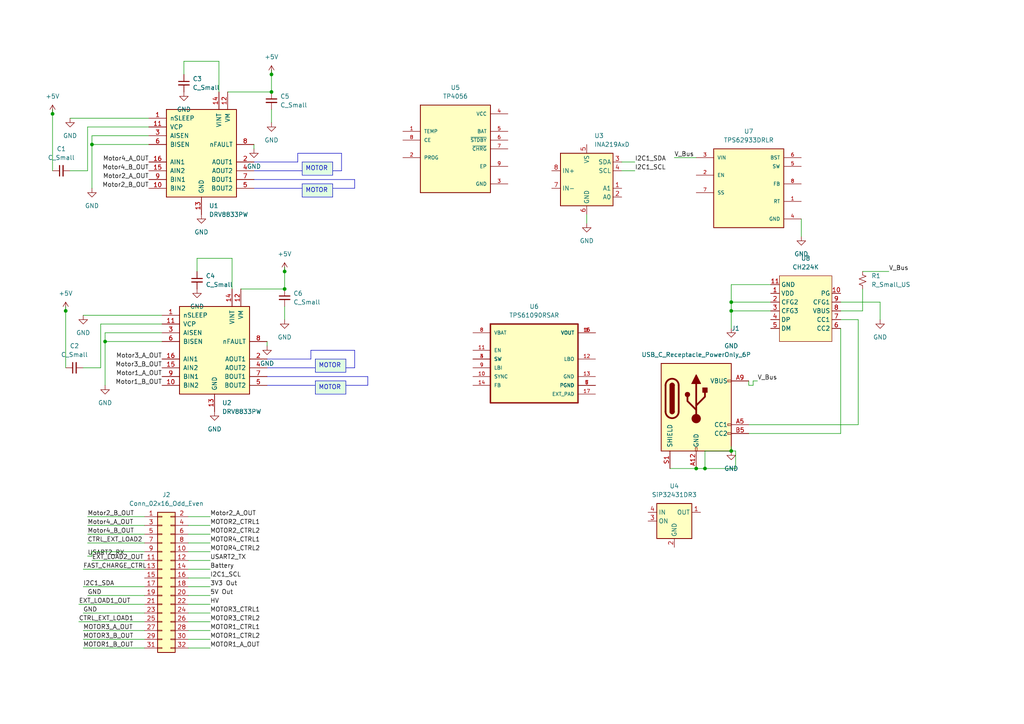
<source format=kicad_sch>
(kicad_sch (version 20230121) (generator eeschema)

  (uuid 17758c82-f715-4af2-8495-50ca19713f99)

  (paper "A4")

  (title_block
    (title "Design Project")
    (date "2025-03-23")
    (rev "V0")
    (company "Univeristy Of Cape Town")
    (comment 1 "Author 2: Melokuhle Bango (BNGMEL003)")
    (comment 2 "Author 1: Branden Nkhahle (NKHTLO001)")
  )

  (lib_symbols
    (symbol "Connector:USB_C_Receptacle_PowerOnly_6P" (pin_names (offset 1.016)) (in_bom yes) (on_board yes)
      (property "Reference" "J" (at 0 16.51 0)
        (effects (font (size 1.27 1.27)) (justify bottom))
      )
      (property "Value" "USB_C_Receptacle_PowerOnly_6P" (at 0 13.97 0)
        (effects (font (size 1.27 1.27)) (justify bottom))
      )
      (property "Footprint" "" (at 3.81 2.54 0)
        (effects (font (size 1.27 1.27)) hide)
      )
      (property "Datasheet" "https://www.usb.org/sites/default/files/documents/usb_type-c.zip" (at 0 0 0)
        (effects (font (size 1.27 1.27)) hide)
      )
      (property "ki_keywords" "usb universal serial bus type-C power-only charging-only 6P 6C" (at 0 0 0)
        (effects (font (size 1.27 1.27)) hide)
      )
      (property "ki_description" "USB Power-Only 6P Type-C Receptacle connector" (at 0 0 0)
        (effects (font (size 1.27 1.27)) hide)
      )
      (property "ki_fp_filters" "USB*C*Receptacle*" (at 0 0 0)
        (effects (font (size 1.27 1.27)) hide)
      )
      (symbol "USB_C_Receptacle_PowerOnly_6P_0_0"
        (rectangle (start -0.254 -12.7) (end 0.254 -11.684)
          (stroke (width 0) (type default))
          (fill (type none))
        )
        (rectangle (start 10.16 -7.366) (end 9.144 -7.874)
          (stroke (width 0) (type default))
          (fill (type none))
        )
        (rectangle (start 10.16 -4.826) (end 9.144 -5.334)
          (stroke (width 0) (type default))
          (fill (type none))
        )
        (rectangle (start 10.16 7.874) (end 9.144 7.366)
          (stroke (width 0) (type default))
          (fill (type none))
        )
      )
      (symbol "USB_C_Receptacle_PowerOnly_6P_0_1"
        (rectangle (start -10.16 12.7) (end 10.16 -12.7)
          (stroke (width 0.254) (type default))
          (fill (type background))
        )
        (arc (start -8.89 -1.27) (mid -6.985 -3.1667) (end -5.08 -1.27)
          (stroke (width 0.508) (type default))
          (fill (type none))
        )
        (arc (start -7.62 -1.27) (mid -6.985 -1.9023) (end -6.35 -1.27)
          (stroke (width 0.254) (type default))
          (fill (type none))
        )
        (arc (start -7.62 -1.27) (mid -6.985 -1.9023) (end -6.35 -1.27)
          (stroke (width 0.254) (type default))
          (fill (type outline))
        )
        (rectangle (start -7.62 -1.27) (end -6.35 6.35)
          (stroke (width 0.254) (type default))
          (fill (type outline))
        )
        (arc (start -6.35 6.35) (mid -6.985 6.9823) (end -7.62 6.35)
          (stroke (width 0.254) (type default))
          (fill (type none))
        )
        (arc (start -6.35 6.35) (mid -6.985 6.9823) (end -7.62 6.35)
          (stroke (width 0.254) (type default))
          (fill (type outline))
        )
        (arc (start -5.08 6.35) (mid -6.985 8.2467) (end -8.89 6.35)
          (stroke (width 0.508) (type default))
          (fill (type none))
        )
        (circle (center -2.54 3.683) (radius 0.635)
          (stroke (width 0.254) (type default))
          (fill (type outline))
        )
        (circle (center 0 -3.302) (radius 1.27)
          (stroke (width 0) (type default))
          (fill (type outline))
        )
        (polyline
          (pts
            (xy -8.89 -1.27)
            (xy -8.89 6.35)
          )
          (stroke (width 0.508) (type default))
          (fill (type none))
        )
        (polyline
          (pts
            (xy -5.08 6.35)
            (xy -5.08 -1.27)
          )
          (stroke (width 0.508) (type default))
          (fill (type none))
        )
        (polyline
          (pts
            (xy 0 -3.302)
            (xy 0 6.858)
          )
          (stroke (width 0.508) (type default))
          (fill (type none))
        )
        (polyline
          (pts
            (xy 0 -0.762)
            (xy -2.54 1.778)
            (xy -2.54 3.048)
          )
          (stroke (width 0.508) (type default))
          (fill (type none))
        )
        (polyline
          (pts
            (xy 0 0.508)
            (xy 2.54 3.048)
            (xy 2.54 4.318)
          )
          (stroke (width 0.508) (type default))
          (fill (type none))
        )
        (polyline
          (pts
            (xy -1.27 6.858)
            (xy 0 9.398)
            (xy 1.27 6.858)
            (xy -1.27 6.858)
          )
          (stroke (width 0.254) (type default))
          (fill (type outline))
        )
        (rectangle (start 1.905 4.318) (end 3.175 5.588)
          (stroke (width 0.254) (type default))
          (fill (type outline))
        )
      )
      (symbol "USB_C_Receptacle_PowerOnly_6P_1_1"
        (pin passive line (at 0 -17.78 90) (length 5.08)
          (name "GND" (effects (font (size 1.27 1.27))))
          (number "A12" (effects (font (size 1.27 1.27))))
        )
        (pin bidirectional line (at 15.24 -5.08 180) (length 5.08)
          (name "CC1" (effects (font (size 1.27 1.27))))
          (number "A5" (effects (font (size 1.27 1.27))))
        )
        (pin passive line (at 15.24 7.62 180) (length 5.08)
          (name "VBUS" (effects (font (size 1.27 1.27))))
          (number "A9" (effects (font (size 1.27 1.27))))
        )
        (pin passive line (at 0 -17.78 90) (length 5.08) hide
          (name "GND" (effects (font (size 1.27 1.27))))
          (number "B12" (effects (font (size 1.27 1.27))))
        )
        (pin bidirectional line (at 15.24 -7.62 180) (length 5.08)
          (name "CC2" (effects (font (size 1.27 1.27))))
          (number "B5" (effects (font (size 1.27 1.27))))
        )
        (pin passive line (at 15.24 7.62 180) (length 5.08) hide
          (name "VBUS" (effects (font (size 1.27 1.27))))
          (number "B9" (effects (font (size 1.27 1.27))))
        )
        (pin passive line (at -7.62 -17.78 90) (length 5.08)
          (name "SHIELD" (effects (font (size 1.27 1.27))))
          (number "S1" (effects (font (size 1.27 1.27))))
        )
      )
    )
    (symbol "Connector_Generic:Conn_02x16_Odd_Even" (pin_names (offset 1.016) hide) (in_bom yes) (on_board yes)
      (property "Reference" "J" (at 1.27 20.32 0)
        (effects (font (size 1.27 1.27)))
      )
      (property "Value" "Conn_02x16_Odd_Even" (at 1.27 -22.86 0)
        (effects (font (size 1.27 1.27)))
      )
      (property "Footprint" "" (at 0 0 0)
        (effects (font (size 1.27 1.27)) hide)
      )
      (property "Datasheet" "~" (at 0 0 0)
        (effects (font (size 1.27 1.27)) hide)
      )
      (property "ki_keywords" "connector" (at 0 0 0)
        (effects (font (size 1.27 1.27)) hide)
      )
      (property "ki_description" "Generic connector, double row, 02x16, odd/even pin numbering scheme (row 1 odd numbers, row 2 even numbers), script generated (kicad-library-utils/schlib/autogen/connector/)" (at 0 0 0)
        (effects (font (size 1.27 1.27)) hide)
      )
      (property "ki_fp_filters" "Connector*:*_2x??_*" (at 0 0 0)
        (effects (font (size 1.27 1.27)) hide)
      )
      (symbol "Conn_02x16_Odd_Even_1_1"
        (rectangle (start -1.27 -20.193) (end 0 -20.447)
          (stroke (width 0.1524) (type default))
          (fill (type none))
        )
        (rectangle (start -1.27 -17.653) (end 0 -17.907)
          (stroke (width 0.1524) (type default))
          (fill (type none))
        )
        (rectangle (start -1.27 -15.113) (end 0 -15.367)
          (stroke (width 0.1524) (type default))
          (fill (type none))
        )
        (rectangle (start -1.27 -12.573) (end 0 -12.827)
          (stroke (width 0.1524) (type default))
          (fill (type none))
        )
        (rectangle (start -1.27 -10.033) (end 0 -10.287)
          (stroke (width 0.1524) (type default))
          (fill (type none))
        )
        (rectangle (start -1.27 -7.493) (end 0 -7.747)
          (stroke (width 0.1524) (type default))
          (fill (type none))
        )
        (rectangle (start -1.27 -4.953) (end 0 -5.207)
          (stroke (width 0.1524) (type default))
          (fill (type none))
        )
        (rectangle (start -1.27 -2.413) (end 0 -2.667)
          (stroke (width 0.1524) (type default))
          (fill (type none))
        )
        (rectangle (start -1.27 0.127) (end 0 -0.127)
          (stroke (width 0.1524) (type default))
          (fill (type none))
        )
        (rectangle (start -1.27 2.667) (end 0 2.413)
          (stroke (width 0.1524) (type default))
          (fill (type none))
        )
        (rectangle (start -1.27 5.207) (end 0 4.953)
          (stroke (width 0.1524) (type default))
          (fill (type none))
        )
        (rectangle (start -1.27 7.747) (end 0 7.493)
          (stroke (width 0.1524) (type default))
          (fill (type none))
        )
        (rectangle (start -1.27 10.287) (end 0 10.033)
          (stroke (width 0.1524) (type default))
          (fill (type none))
        )
        (rectangle (start -1.27 12.827) (end 0 12.573)
          (stroke (width 0.1524) (type default))
          (fill (type none))
        )
        (rectangle (start -1.27 15.367) (end 0 15.113)
          (stroke (width 0.1524) (type default))
          (fill (type none))
        )
        (rectangle (start -1.27 17.907) (end 0 17.653)
          (stroke (width 0.1524) (type default))
          (fill (type none))
        )
        (rectangle (start -1.27 19.05) (end 3.81 -21.59)
          (stroke (width 0.254) (type default))
          (fill (type background))
        )
        (rectangle (start 3.81 -20.193) (end 2.54 -20.447)
          (stroke (width 0.1524) (type default))
          (fill (type none))
        )
        (rectangle (start 3.81 -17.653) (end 2.54 -17.907)
          (stroke (width 0.1524) (type default))
          (fill (type none))
        )
        (rectangle (start 3.81 -15.113) (end 2.54 -15.367)
          (stroke (width 0.1524) (type default))
          (fill (type none))
        )
        (rectangle (start 3.81 -12.573) (end 2.54 -12.827)
          (stroke (width 0.1524) (type default))
          (fill (type none))
        )
        (rectangle (start 3.81 -10.033) (end 2.54 -10.287)
          (stroke (width 0.1524) (type default))
          (fill (type none))
        )
        (rectangle (start 3.81 -7.493) (end 2.54 -7.747)
          (stroke (width 0.1524) (type default))
          (fill (type none))
        )
        (rectangle (start 3.81 -4.953) (end 2.54 -5.207)
          (stroke (width 0.1524) (type default))
          (fill (type none))
        )
        (rectangle (start 3.81 -2.413) (end 2.54 -2.667)
          (stroke (width 0.1524) (type default))
          (fill (type none))
        )
        (rectangle (start 3.81 0.127) (end 2.54 -0.127)
          (stroke (width 0.1524) (type default))
          (fill (type none))
        )
        (rectangle (start 3.81 2.667) (end 2.54 2.413)
          (stroke (width 0.1524) (type default))
          (fill (type none))
        )
        (rectangle (start 3.81 5.207) (end 2.54 4.953)
          (stroke (width 0.1524) (type default))
          (fill (type none))
        )
        (rectangle (start 3.81 7.747) (end 2.54 7.493)
          (stroke (width 0.1524) (type default))
          (fill (type none))
        )
        (rectangle (start 3.81 10.287) (end 2.54 10.033)
          (stroke (width 0.1524) (type default))
          (fill (type none))
        )
        (rectangle (start 3.81 12.827) (end 2.54 12.573)
          (stroke (width 0.1524) (type default))
          (fill (type none))
        )
        (rectangle (start 3.81 15.367) (end 2.54 15.113)
          (stroke (width 0.1524) (type default))
          (fill (type none))
        )
        (rectangle (start 3.81 17.907) (end 2.54 17.653)
          (stroke (width 0.1524) (type default))
          (fill (type none))
        )
        (pin passive line (at -5.08 17.78 0) (length 3.81)
          (name "Pin_1" (effects (font (size 1.27 1.27))))
          (number "1" (effects (font (size 1.27 1.27))))
        )
        (pin passive line (at 7.62 7.62 180) (length 3.81)
          (name "Pin_10" (effects (font (size 1.27 1.27))))
          (number "10" (effects (font (size 1.27 1.27))))
        )
        (pin passive line (at -5.08 5.08 0) (length 3.81)
          (name "Pin_11" (effects (font (size 1.27 1.27))))
          (number "11" (effects (font (size 1.27 1.27))))
        )
        (pin passive line (at 7.62 5.08 180) (length 3.81)
          (name "Pin_12" (effects (font (size 1.27 1.27))))
          (number "12" (effects (font (size 1.27 1.27))))
        )
        (pin passive line (at -5.08 2.54 0) (length 3.81)
          (name "Pin_13" (effects (font (size 1.27 1.27))))
          (number "13" (effects (font (size 1.27 1.27))))
        )
        (pin passive line (at 7.62 2.54 180) (length 3.81)
          (name "Pin_14" (effects (font (size 1.27 1.27))))
          (number "14" (effects (font (size 1.27 1.27))))
        )
        (pin passive line (at -5.08 0 0) (length 3.81)
          (name "Pin_15" (effects (font (size 1.27 1.27))))
          (number "15" (effects (font (size 1.27 1.27))))
        )
        (pin passive line (at 7.62 0 180) (length 3.81)
          (name "Pin_16" (effects (font (size 1.27 1.27))))
          (number "16" (effects (font (size 1.27 1.27))))
        )
        (pin passive line (at -5.08 -2.54 0) (length 3.81)
          (name "Pin_17" (effects (font (size 1.27 1.27))))
          (number "17" (effects (font (size 1.27 1.27))))
        )
        (pin passive line (at 7.62 -2.54 180) (length 3.81)
          (name "Pin_18" (effects (font (size 1.27 1.27))))
          (number "18" (effects (font (size 1.27 1.27))))
        )
        (pin passive line (at -5.08 -5.08 0) (length 3.81)
          (name "Pin_19" (effects (font (size 1.27 1.27))))
          (number "19" (effects (font (size 1.27 1.27))))
        )
        (pin passive line (at 7.62 17.78 180) (length 3.81)
          (name "Pin_2" (effects (font (size 1.27 1.27))))
          (number "2" (effects (font (size 1.27 1.27))))
        )
        (pin passive line (at 7.62 -5.08 180) (length 3.81)
          (name "Pin_20" (effects (font (size 1.27 1.27))))
          (number "20" (effects (font (size 1.27 1.27))))
        )
        (pin passive line (at -5.08 -7.62 0) (length 3.81)
          (name "Pin_21" (effects (font (size 1.27 1.27))))
          (number "21" (effects (font (size 1.27 1.27))))
        )
        (pin passive line (at 7.62 -7.62 180) (length 3.81)
          (name "Pin_22" (effects (font (size 1.27 1.27))))
          (number "22" (effects (font (size 1.27 1.27))))
        )
        (pin passive line (at -5.08 -10.16 0) (length 3.81)
          (name "Pin_23" (effects (font (size 1.27 1.27))))
          (number "23" (effects (font (size 1.27 1.27))))
        )
        (pin passive line (at 7.62 -10.16 180) (length 3.81)
          (name "Pin_24" (effects (font (size 1.27 1.27))))
          (number "24" (effects (font (size 1.27 1.27))))
        )
        (pin passive line (at -5.08 -12.7 0) (length 3.81)
          (name "Pin_25" (effects (font (size 1.27 1.27))))
          (number "25" (effects (font (size 1.27 1.27))))
        )
        (pin passive line (at 7.62 -12.7 180) (length 3.81)
          (name "Pin_26" (effects (font (size 1.27 1.27))))
          (number "26" (effects (font (size 1.27 1.27))))
        )
        (pin passive line (at -5.08 -15.24 0) (length 3.81)
          (name "Pin_27" (effects (font (size 1.27 1.27))))
          (number "27" (effects (font (size 1.27 1.27))))
        )
        (pin passive line (at 7.62 -15.24 180) (length 3.81)
          (name "Pin_28" (effects (font (size 1.27 1.27))))
          (number "28" (effects (font (size 1.27 1.27))))
        )
        (pin passive line (at -5.08 -17.78 0) (length 3.81)
          (name "Pin_29" (effects (font (size 1.27 1.27))))
          (number "29" (effects (font (size 1.27 1.27))))
        )
        (pin passive line (at -5.08 15.24 0) (length 3.81)
          (name "Pin_3" (effects (font (size 1.27 1.27))))
          (number "3" (effects (font (size 1.27 1.27))))
        )
        (pin passive line (at 7.62 -17.78 180) (length 3.81)
          (name "Pin_30" (effects (font (size 1.27 1.27))))
          (number "30" (effects (font (size 1.27 1.27))))
        )
        (pin passive line (at -5.08 -20.32 0) (length 3.81)
          (name "Pin_31" (effects (font (size 1.27 1.27))))
          (number "31" (effects (font (size 1.27 1.27))))
        )
        (pin passive line (at 7.62 -20.32 180) (length 3.81)
          (name "Pin_32" (effects (font (size 1.27 1.27))))
          (number "32" (effects (font (size 1.27 1.27))))
        )
        (pin passive line (at 7.62 15.24 180) (length 3.81)
          (name "Pin_4" (effects (font (size 1.27 1.27))))
          (number "4" (effects (font (size 1.27 1.27))))
        )
        (pin passive line (at -5.08 12.7 0) (length 3.81)
          (name "Pin_5" (effects (font (size 1.27 1.27))))
          (number "5" (effects (font (size 1.27 1.27))))
        )
        (pin passive line (at 7.62 12.7 180) (length 3.81)
          (name "Pin_6" (effects (font (size 1.27 1.27))))
          (number "6" (effects (font (size 1.27 1.27))))
        )
        (pin passive line (at -5.08 10.16 0) (length 3.81)
          (name "Pin_7" (effects (font (size 1.27 1.27))))
          (number "7" (effects (font (size 1.27 1.27))))
        )
        (pin passive line (at 7.62 10.16 180) (length 3.81)
          (name "Pin_8" (effects (font (size 1.27 1.27))))
          (number "8" (effects (font (size 1.27 1.27))))
        )
        (pin passive line (at -5.08 7.62 0) (length 3.81)
          (name "Pin_9" (effects (font (size 1.27 1.27))))
          (number "9" (effects (font (size 1.27 1.27))))
        )
      )
    )
    (symbol "Device:C_Small" (pin_numbers hide) (pin_names (offset 0.254) hide) (in_bom yes) (on_board yes)
      (property "Reference" "C" (at 0.254 1.778 0)
        (effects (font (size 1.27 1.27)) (justify left))
      )
      (property "Value" "C_Small" (at 0.254 -2.032 0)
        (effects (font (size 1.27 1.27)) (justify left))
      )
      (property "Footprint" "" (at 0 0 0)
        (effects (font (size 1.27 1.27)) hide)
      )
      (property "Datasheet" "~" (at 0 0 0)
        (effects (font (size 1.27 1.27)) hide)
      )
      (property "ki_keywords" "capacitor cap" (at 0 0 0)
        (effects (font (size 1.27 1.27)) hide)
      )
      (property "ki_description" "Unpolarized capacitor, small symbol" (at 0 0 0)
        (effects (font (size 1.27 1.27)) hide)
      )
      (property "ki_fp_filters" "C_*" (at 0 0 0)
        (effects (font (size 1.27 1.27)) hide)
      )
      (symbol "C_Small_0_1"
        (polyline
          (pts
            (xy -1.524 -0.508)
            (xy 1.524 -0.508)
          )
          (stroke (width 0.3302) (type default))
          (fill (type none))
        )
        (polyline
          (pts
            (xy -1.524 0.508)
            (xy 1.524 0.508)
          )
          (stroke (width 0.3048) (type default))
          (fill (type none))
        )
      )
      (symbol "C_Small_1_1"
        (pin passive line (at 0 2.54 270) (length 2.032)
          (name "~" (effects (font (size 1.27 1.27))))
          (number "1" (effects (font (size 1.27 1.27))))
        )
        (pin passive line (at 0 -2.54 90) (length 2.032)
          (name "~" (effects (font (size 1.27 1.27))))
          (number "2" (effects (font (size 1.27 1.27))))
        )
      )
    )
    (symbol "Device:R_Small_US" (pin_numbers hide) (pin_names (offset 0.254) hide) (in_bom yes) (on_board yes)
      (property "Reference" "R" (at 0.762 0.508 0)
        (effects (font (size 1.27 1.27)) (justify left))
      )
      (property "Value" "R_Small_US" (at 0.762 -1.016 0)
        (effects (font (size 1.27 1.27)) (justify left))
      )
      (property "Footprint" "" (at 0 0 0)
        (effects (font (size 1.27 1.27)) hide)
      )
      (property "Datasheet" "~" (at 0 0 0)
        (effects (font (size 1.27 1.27)) hide)
      )
      (property "ki_keywords" "r resistor" (at 0 0 0)
        (effects (font (size 1.27 1.27)) hide)
      )
      (property "ki_description" "Resistor, small US symbol" (at 0 0 0)
        (effects (font (size 1.27 1.27)) hide)
      )
      (property "ki_fp_filters" "R_*" (at 0 0 0)
        (effects (font (size 1.27 1.27)) hide)
      )
      (symbol "R_Small_US_1_1"
        (polyline
          (pts
            (xy 0 0)
            (xy 1.016 -0.381)
            (xy 0 -0.762)
            (xy -1.016 -1.143)
            (xy 0 -1.524)
          )
          (stroke (width 0) (type default))
          (fill (type none))
        )
        (polyline
          (pts
            (xy 0 1.524)
            (xy 1.016 1.143)
            (xy 0 0.762)
            (xy -1.016 0.381)
            (xy 0 0)
          )
          (stroke (width 0) (type default))
          (fill (type none))
        )
        (pin passive line (at 0 2.54 270) (length 1.016)
          (name "~" (effects (font (size 1.27 1.27))))
          (number "1" (effects (font (size 1.27 1.27))))
        )
        (pin passive line (at 0 -2.54 90) (length 1.016)
          (name "~" (effects (font (size 1.27 1.27))))
          (number "2" (effects (font (size 1.27 1.27))))
        )
      )
    )
    (symbol "Driver_Motor:DRV8833PW" (pin_names (offset 1.016)) (in_bom yes) (on_board yes)
      (property "Reference" "U" (at -3.81 16.51 0)
        (effects (font (size 1.27 1.27)))
      )
      (property "Value" "DRV8833PW" (at -3.81 13.97 0)
        (effects (font (size 1.27 1.27)))
      )
      (property "Footprint" "Package_SO:TSSOP-16_4.4x5mm_P0.65mm" (at 11.43 11.43 0)
        (effects (font (size 1.27 1.27)) (justify left) hide)
      )
      (property "Datasheet" "http://www.ti.com/lit/ds/symlink/drv8833.pdf" (at -3.81 13.97 0)
        (effects (font (size 1.27 1.27)) hide)
      )
      (property "ki_keywords" "H-bridge motor driver" (at 0 0 0)
        (effects (font (size 1.27 1.27)) hide)
      )
      (property "ki_description" "Dual H-Bridge Motor Driver, TSSOP-16" (at 0 0 0)
        (effects (font (size 1.27 1.27)) hide)
      )
      (property "ki_fp_filters" "TSSOP-16*4.4x5mm*P0.65mm*" (at 0 0 0)
        (effects (font (size 1.27 1.27)) hide)
      )
      (symbol "DRV8833PW_0_1"
        (rectangle (start -10.16 12.7) (end 10.16 -12.7)
          (stroke (width 0.254) (type default))
          (fill (type background))
        )
      )
      (symbol "DRV8833PW_1_1"
        (pin input line (at -15.24 10.16 0) (length 5.08)
          (name "nSLEEP" (effects (font (size 1.27 1.27))))
          (number "1" (effects (font (size 1.27 1.27))))
        )
        (pin input line (at -15.24 -10.16 0) (length 5.08)
          (name "BIN2" (effects (font (size 1.27 1.27))))
          (number "10" (effects (font (size 1.27 1.27))))
        )
        (pin bidirectional line (at -15.24 7.62 0) (length 5.08)
          (name "VCP" (effects (font (size 1.27 1.27))))
          (number "11" (effects (font (size 1.27 1.27))))
        )
        (pin power_in line (at 7.62 17.78 270) (length 5.08)
          (name "VM" (effects (font (size 1.27 1.27))))
          (number "12" (effects (font (size 1.27 1.27))))
        )
        (pin power_in line (at 0 -17.78 90) (length 5.08)
          (name "GND" (effects (font (size 1.27 1.27))))
          (number "13" (effects (font (size 1.27 1.27))))
        )
        (pin power_in line (at 5.08 17.78 270) (length 5.08)
          (name "VINT" (effects (font (size 1.27 1.27))))
          (number "14" (effects (font (size 1.27 1.27))))
        )
        (pin input line (at -15.24 -5.08 0) (length 5.08)
          (name "AIN2" (effects (font (size 1.27 1.27))))
          (number "15" (effects (font (size 1.27 1.27))))
        )
        (pin input line (at -15.24 -2.54 0) (length 5.08)
          (name "AIN1" (effects (font (size 1.27 1.27))))
          (number "16" (effects (font (size 1.27 1.27))))
        )
        (pin power_out line (at 15.24 -2.54 180) (length 5.08)
          (name "AOUT1" (effects (font (size 1.27 1.27))))
          (number "2" (effects (font (size 1.27 1.27))))
        )
        (pin bidirectional line (at -15.24 5.08 0) (length 5.08)
          (name "AISEN" (effects (font (size 1.27 1.27))))
          (number "3" (effects (font (size 1.27 1.27))))
        )
        (pin power_out line (at 15.24 -5.08 180) (length 5.08)
          (name "AOUT2" (effects (font (size 1.27 1.27))))
          (number "4" (effects (font (size 1.27 1.27))))
        )
        (pin power_out line (at 15.24 -10.16 180) (length 5.08)
          (name "BOUT2" (effects (font (size 1.27 1.27))))
          (number "5" (effects (font (size 1.27 1.27))))
        )
        (pin bidirectional line (at -15.24 2.54 0) (length 5.08)
          (name "BISEN" (effects (font (size 1.27 1.27))))
          (number "6" (effects (font (size 1.27 1.27))))
        )
        (pin power_out line (at 15.24 -7.62 180) (length 5.08)
          (name "BOUT1" (effects (font (size 1.27 1.27))))
          (number "7" (effects (font (size 1.27 1.27))))
        )
        (pin open_collector line (at 15.24 2.54 180) (length 5.08)
          (name "nFAULT" (effects (font (size 1.27 1.27))))
          (number "8" (effects (font (size 1.27 1.27))))
        )
        (pin input line (at -15.24 -7.62 0) (length 5.08)
          (name "BIN1" (effects (font (size 1.27 1.27))))
          (number "9" (effects (font (size 1.27 1.27))))
        )
      )
    )
    (symbol "Power_Management:SiP32431DR3" (in_bom yes) (on_board yes)
      (property "Reference" "U" (at 0 8.89 0)
        (effects (font (size 1.27 1.27)))
      )
      (property "Value" "SiP32431DR3" (at 0 6.35 0)
        (effects (font (size 1.27 1.27)))
      )
      (property "Footprint" "Package_TO_SOT_SMD:SOT-363_SC-70-6" (at 0 11.43 0)
        (effects (font (size 1.27 1.27)) hide)
      )
      (property "Datasheet" "http://www.vishay.com.hk/docs/66597/sip32431.pdf" (at 0 0 0)
        (effects (font (size 1.27 1.27)) hide)
      )
      (property "ki_keywords" "Load switch" (at 0 0 0)
        (effects (font (size 1.27 1.27)) hide)
      )
      (property "ki_description" "10 pA, Ultra Low Leakage and Quiescent Current, Load Switch with Reverse Blocking, High Enable, SC-70-6" (at 0 0 0)
        (effects (font (size 1.27 1.27)) hide)
      )
      (property "ki_fp_filters" "*SC?70*" (at 0 0 0)
        (effects (font (size 1.27 1.27)) hide)
      )
      (symbol "SiP32431DR3_0_1"
        (rectangle (start -5.08 5.08) (end 5.08 -5.08)
          (stroke (width 0.254) (type default))
          (fill (type background))
        )
      )
      (symbol "SiP32431DR3_1_1"
        (pin passive line (at 7.62 2.54 180) (length 2.54)
          (name "OUT" (effects (font (size 1.27 1.27))))
          (number "1" (effects (font (size 1.27 1.27))))
        )
        (pin power_in line (at 0 -7.62 90) (length 2.54)
          (name "GND" (effects (font (size 1.27 1.27))))
          (number "2" (effects (font (size 1.27 1.27))))
        )
        (pin input line (at -7.62 0 0) (length 2.54)
          (name "ON" (effects (font (size 1.27 1.27))))
          (number "3" (effects (font (size 1.27 1.27))))
        )
        (pin passive line (at -7.62 2.54 0) (length 2.54)
          (name "IN" (effects (font (size 1.27 1.27))))
          (number "4" (effects (font (size 1.27 1.27))))
        )
        (pin passive line (at 0 -7.62 90) (length 2.54) hide
          (name "GND" (effects (font (size 1.27 1.27))))
          (number "5" (effects (font (size 1.27 1.27))))
        )
        (pin no_connect line (at 5.08 0 180) (length 2.54) hide
          (name "NC" (effects (font (size 1.27 1.27))))
          (number "6" (effects (font (size 1.27 1.27))))
        )
      )
    )
    (symbol "Sensor_Energy:INA219AxD" (in_bom yes) (on_board yes)
      (property "Reference" "U" (at -6.35 8.89 0)
        (effects (font (size 1.27 1.27)))
      )
      (property "Value" "INA219AxD" (at 5.08 8.89 0)
        (effects (font (size 1.27 1.27)))
      )
      (property "Footprint" "Package_SO:SOIC-8_3.9x4.9mm_P1.27mm" (at 20.32 -8.89 0)
        (effects (font (size 1.27 1.27)) hide)
      )
      (property "Datasheet" "http://www.ti.com/lit/ds/symlink/ina219.pdf" (at 8.89 -2.54 0)
        (effects (font (size 1.27 1.27)) hide)
      )
      (property "ki_keywords" "ADC I2C 16-Bit Oversampling Current Shunt" (at 0 0 0)
        (effects (font (size 1.27 1.27)) hide)
      )
      (property "ki_description" "Zero-Drift, Bidirectional Current/Power Monitor (0-26V) With I2C Interface, SOIC-8" (at 0 0 0)
        (effects (font (size 1.27 1.27)) hide)
      )
      (property "ki_fp_filters" "SOIC*3.9x4.9mm*P1.27mm*" (at 0 0 0)
        (effects (font (size 1.27 1.27)) hide)
      )
      (symbol "INA219AxD_0_1"
        (rectangle (start -7.62 7.62) (end 7.62 -7.62)
          (stroke (width 0.254) (type default))
          (fill (type background))
        )
      )
      (symbol "INA219AxD_1_1"
        (pin input line (at 10.16 -2.54 180) (length 2.54)
          (name "A1" (effects (font (size 1.27 1.27))))
          (number "1" (effects (font (size 1.27 1.27))))
        )
        (pin input line (at 10.16 -5.08 180) (length 2.54)
          (name "A0" (effects (font (size 1.27 1.27))))
          (number "2" (effects (font (size 1.27 1.27))))
        )
        (pin bidirectional line (at 10.16 5.08 180) (length 2.54)
          (name "SDA" (effects (font (size 1.27 1.27))))
          (number "3" (effects (font (size 1.27 1.27))))
        )
        (pin input line (at 10.16 2.54 180) (length 2.54)
          (name "SCL" (effects (font (size 1.27 1.27))))
          (number "4" (effects (font (size 1.27 1.27))))
        )
        (pin power_in line (at 0 10.16 270) (length 2.54)
          (name "VS" (effects (font (size 1.27 1.27))))
          (number "5" (effects (font (size 1.27 1.27))))
        )
        (pin power_in line (at 0 -10.16 90) (length 2.54)
          (name "GND" (effects (font (size 1.27 1.27))))
          (number "6" (effects (font (size 1.27 1.27))))
        )
        (pin input line (at -10.16 -2.54 0) (length 2.54)
          (name "IN-" (effects (font (size 1.27 1.27))))
          (number "7" (effects (font (size 1.27 1.27))))
        )
        (pin input line (at -10.16 2.54 0) (length 2.54)
          (name "IN+" (effects (font (size 1.27 1.27))))
          (number "8" (effects (font (size 1.27 1.27))))
        )
      )
    )
    (symbol "TP4056:TP4056" (pin_names (offset 1.016)) (in_bom yes) (on_board yes)
      (property "Reference" "U" (at -10.16 13.208 0)
        (effects (font (size 1.27 1.27)) (justify left bottom))
      )
      (property "Value" "TP4056" (at -10.16 -15.24 0)
        (effects (font (size 1.27 1.27)) (justify left bottom))
      )
      (property "Footprint" "TP4056:SOP127P600X175-9N" (at 0 0 0)
        (effects (font (size 1.27 1.27)) (justify bottom) hide)
      )
      (property "Datasheet" "" (at 0 0 0)
        (effects (font (size 1.27 1.27)) hide)
      )
      (property "MF" "NanJing Top Power ASIC Corp." (at 0 0 0)
        (effects (font (size 1.27 1.27)) (justify bottom) hide)
      )
      (property "MAXIMUM_PACKAGE_HEIGHT" "1.75mm" (at 0 0 0)
        (effects (font (size 1.27 1.27)) (justify bottom) hide)
      )
      (property "Package" "Package" (at 0 0 0)
        (effects (font (size 1.27 1.27)) (justify bottom) hide)
      )
      (property "Price" "None" (at 0 0 0)
        (effects (font (size 1.27 1.27)) (justify bottom) hide)
      )
      (property "Check_prices" "https://www.snapeda.com/parts/TP4056/NanJing+Top+Power+ASIC+Corp./view-part/?ref=eda" (at 0 0 0)
        (effects (font (size 1.27 1.27)) (justify bottom) hide)
      )
      (property "STANDARD" "IPC 7351B" (at 0 0 0)
        (effects (font (size 1.27 1.27)) (justify bottom) hide)
      )
      (property "SnapEDA_Link" "https://www.snapeda.com/parts/TP4056/NanJing+Top+Power+ASIC+Corp./view-part/?ref=snap" (at 0 0 0)
        (effects (font (size 1.27 1.27)) (justify bottom) hide)
      )
      (property "MP" "TP4056" (at 0 0 0)
        (effects (font (size 1.27 1.27)) (justify bottom) hide)
      )
      (property "Description" "\n                        \n                            Complete single cell Li-Ion battery with a constant current / constant voltage linear charger\n                        \n" (at 0 0 0)
        (effects (font (size 1.27 1.27)) (justify bottom) hide)
      )
      (property "Availability" "Not in stock" (at 0 0 0)
        (effects (font (size 1.27 1.27)) (justify bottom) hide)
      )
      (property "MANUFACTURER" "NanJing Top Power ASIC Corp." (at 0 0 0)
        (effects (font (size 1.27 1.27)) (justify bottom) hide)
      )
      (symbol "TP4056_0_0"
        (rectangle (start -10.16 -12.7) (end 10.16 12.7)
          (stroke (width 0.254) (type default))
          (fill (type background))
        )
        (pin input line (at -15.24 5.08 0) (length 5.08)
          (name "TEMP" (effects (font (size 1.016 1.016))))
          (number "1" (effects (font (size 1.016 1.016))))
        )
        (pin bidirectional line (at -15.24 -2.54 0) (length 5.08)
          (name "PROG" (effects (font (size 1.016 1.016))))
          (number "2" (effects (font (size 1.016 1.016))))
        )
        (pin power_in line (at 15.24 -10.16 180) (length 5.08)
          (name "GND" (effects (font (size 1.016 1.016))))
          (number "3" (effects (font (size 1.016 1.016))))
        )
        (pin power_in line (at 15.24 10.16 180) (length 5.08)
          (name "VCC" (effects (font (size 1.016 1.016))))
          (number "4" (effects (font (size 1.016 1.016))))
        )
        (pin output line (at 15.24 5.08 180) (length 5.08)
          (name "BAT" (effects (font (size 1.016 1.016))))
          (number "5" (effects (font (size 1.016 1.016))))
        )
        (pin output line (at 15.24 2.54 180) (length 5.08)
          (name "~{STDBY}" (effects (font (size 1.016 1.016))))
          (number "6" (effects (font (size 1.016 1.016))))
        )
        (pin output line (at 15.24 0 180) (length 5.08)
          (name "~{CHRG}" (effects (font (size 1.016 1.016))))
          (number "7" (effects (font (size 1.016 1.016))))
        )
        (pin input line (at -15.24 2.54 0) (length 5.08)
          (name "CE" (effects (font (size 1.016 1.016))))
          (number "8" (effects (font (size 1.016 1.016))))
        )
        (pin passive line (at 15.24 -5.08 180) (length 5.08)
          (name "EP" (effects (font (size 1.016 1.016))))
          (number "9" (effects (font (size 1.016 1.016))))
        )
      )
    )
    (symbol "TPS61090RSAR:TPS61090RSAR" (pin_names (offset 1.016)) (in_bom yes) (on_board yes)
      (property "Reference" "U" (at -12.736 11.1946 0)
        (effects (font (size 1.27 1.27)) (justify left bottom))
      )
      (property "Value" "TPS61090RSAR" (at -12.7297 -16.7382 0)
        (effects (font (size 1.27 1.27)) (justify left bottom))
      )
      (property "Footprint" "TPS61090RSAR:QFN65P400X400X100-17N" (at 0 0 0)
        (effects (font (size 1.27 1.27)) (justify bottom) hide)
      )
      (property "Datasheet" "" (at 0 0 0)
        (effects (font (size 1.27 1.27)) hide)
      )
      (property "MF" "Texas Instruments" (at 0 0 0)
        (effects (font (size 1.27 1.27)) (justify bottom) hide)
      )
      (property "DESCRIPTION" "2A Switch, 96% Efficient Boost Converter 16-QFN -40 to 85" (at 0 0 0)
        (effects (font (size 1.27 1.27)) (justify bottom) hide)
      )
      (property "PACKAGE" "VQFN-16 Texas Instruments" (at 0 0 0)
        (effects (font (size 1.27 1.27)) (justify bottom) hide)
      )
      (property "PRICE" "1.48 USD" (at 0 0 0)
        (effects (font (size 1.27 1.27)) (justify bottom) hide)
      )
      (property "Package" "VQFN-16 Texas Instruments" (at 0 0 0)
        (effects (font (size 1.27 1.27)) (justify bottom) hide)
      )
      (property "Check_prices" "https://www.snapeda.com/parts/TPS61090RSAR/Texas+Instruments/view-part/?ref=eda" (at 0 0 0)
        (effects (font (size 1.27 1.27)) (justify bottom) hide)
      )
      (property "Price" "None" (at 0 0 0)
        (effects (font (size 1.27 1.27)) (justify bottom) hide)
      )
      (property "SnapEDA_Link" "https://www.snapeda.com/parts/TPS61090RSAR/Texas+Instruments/view-part/?ref=snap" (at 0 0 0)
        (effects (font (size 1.27 1.27)) (justify bottom) hide)
      )
      (property "MP" "TPS61090RSAR" (at 0 0 0)
        (effects (font (size 1.27 1.27)) (justify bottom) hide)
      )
      (property "Description" "\n                        \n                            1.8Vin, 2A Switch, 96% Efficient Boost Converter\n                        \n" (at 0 0 0)
        (effects (font (size 1.27 1.27)) (justify bottom) hide)
      )
      (property "Availability" "In Stock" (at 0 0 0)
        (effects (font (size 1.27 1.27)) (justify bottom) hide)
      )
      (property "AVAILABILITY" "Good" (at 0 0 0)
        (effects (font (size 1.27 1.27)) (justify bottom) hide)
      )
      (property "SNAPEDA_PACKAGE_ID" "22461" (at 0 0 0)
        (effects (font (size 1.27 1.27)) (justify bottom) hide)
      )
      (symbol "TPS61090RSAR_0_0"
        (rectangle (start -12.7 -12.7) (end 12.7 10.16)
          (stroke (width 0.41) (type default))
          (fill (type background))
        )
        (pin output line (at 17.78 7.62 180) (length 5.08)
          (name "VOUT" (effects (font (size 1.016 1.016))))
          (number "1" (effects (font (size 1.016 1.016))))
        )
        (pin input line (at -17.78 -5.08 0) (length 5.08)
          (name "SYNC" (effects (font (size 1.016 1.016))))
          (number "10" (effects (font (size 1.016 1.016))))
        )
        (pin input line (at -17.78 2.54 0) (length 5.08)
          (name "EN" (effects (font (size 1.016 1.016))))
          (number "11" (effects (font (size 1.016 1.016))))
        )
        (pin output line (at 17.78 0 180) (length 5.08)
          (name "LBO" (effects (font (size 1.016 1.016))))
          (number "12" (effects (font (size 1.016 1.016))))
        )
        (pin power_in line (at 17.78 -5.08 180) (length 5.08)
          (name "GND" (effects (font (size 1.016 1.016))))
          (number "13" (effects (font (size 1.016 1.016))))
        )
        (pin input line (at -17.78 -7.62 0) (length 5.08)
          (name "FB" (effects (font (size 1.016 1.016))))
          (number "14" (effects (font (size 1.016 1.016))))
        )
        (pin output line (at 17.78 7.62 180) (length 5.08)
          (name "VOUT" (effects (font (size 1.016 1.016))))
          (number "15" (effects (font (size 1.016 1.016))))
        )
        (pin output line (at 17.78 7.62 180) (length 5.08)
          (name "VOUT" (effects (font (size 1.016 1.016))))
          (number "16" (effects (font (size 1.016 1.016))))
        )
        (pin power_in line (at 17.78 -10.16 180) (length 5.08)
          (name "EXT_PAD" (effects (font (size 1.016 1.016))))
          (number "17" (effects (font (size 1.016 1.016))))
        )
        (pin input line (at -17.78 0 0) (length 5.08)
          (name "SW" (effects (font (size 1.016 1.016))))
          (number "3" (effects (font (size 1.016 1.016))))
        )
        (pin input line (at -17.78 0 0) (length 5.08)
          (name "SW" (effects (font (size 1.016 1.016))))
          (number "4" (effects (font (size 1.016 1.016))))
        )
        (pin power_in line (at 17.78 -7.62 180) (length 5.08)
          (name "PGND" (effects (font (size 1.016 1.016))))
          (number "5" (effects (font (size 1.016 1.016))))
        )
        (pin power_in line (at 17.78 -7.62 180) (length 5.08)
          (name "PGND" (effects (font (size 1.016 1.016))))
          (number "6" (effects (font (size 1.016 1.016))))
        )
        (pin power_in line (at 17.78 -7.62 180) (length 5.08)
          (name "PGND" (effects (font (size 1.016 1.016))))
          (number "7" (effects (font (size 1.016 1.016))))
        )
        (pin input line (at -17.78 7.62 0) (length 5.08)
          (name "VBAT" (effects (font (size 1.016 1.016))))
          (number "8" (effects (font (size 1.016 1.016))))
        )
        (pin input line (at -17.78 -2.54 0) (length 5.08)
          (name "LBI" (effects (font (size 1.016 1.016))))
          (number "9" (effects (font (size 1.016 1.016))))
        )
      )
    )
    (symbol "TPS62933DRLR:TPS62933DRLR" (pin_names (offset 1.016)) (in_bom yes) (on_board yes)
      (property "Reference" "U" (at -10.16 13.208 0)
        (effects (font (size 1.27 1.27)) (justify left bottom))
      )
      (property "Value" "TPS62933DRLR" (at -10.16 -12.7 0)
        (effects (font (size 1.27 1.27)) (justify left bottom))
      )
      (property "Footprint" "TPS62933DRLR:SOTFL50P160X60-8N" (at 0 0 0)
        (effects (font (size 1.27 1.27)) (justify bottom) hide)
      )
      (property "Datasheet" "" (at 0 0 0)
        (effects (font (size 1.27 1.27)) hide)
      )
      (property "MF" "Texas Instruments" (at 0 0 0)
        (effects (font (size 1.27 1.27)) (justify bottom) hide)
      )
      (property "MAXIMUM_PACKAGE_HEIGHT" "0.6mm" (at 0 0 0)
        (effects (font (size 1.27 1.27)) (justify bottom) hide)
      )
      (property "Package" "SOT-583 Texas Instruments" (at 0 0 0)
        (effects (font (size 1.27 1.27)) (justify bottom) hide)
      )
      (property "Price" "None" (at 0 0 0)
        (effects (font (size 1.27 1.27)) (justify bottom) hide)
      )
      (property "Check_prices" "https://www.snapeda.com/parts/TPS62933DRLR/Texas+Instruments/view-part/?ref=eda" (at 0 0 0)
        (effects (font (size 1.27 1.27)) (justify bottom) hide)
      )
      (property "STANDARD" "IPC 7351B" (at 0 0 0)
        (effects (font (size 1.27 1.27)) (justify bottom) hide)
      )
      (property "PARTREV" "D" (at 0 0 0)
        (effects (font (size 1.27 1.27)) (justify bottom) hide)
      )
      (property "SnapEDA_Link" "https://www.snapeda.com/parts/TPS62933DRLR/Texas+Instruments/view-part/?ref=snap" (at 0 0 0)
        (effects (font (size 1.27 1.27)) (justify bottom) hide)
      )
      (property "MP" "TPS62933DRLR" (at 0 0 0)
        (effects (font (size 1.27 1.27)) (justify bottom) hide)
      )
      (property "Description" "\n                        \n                            3.8-V to 30-V, 3-A, 200-kHz to 2.2-MHz, low-IQ synchronous buck converter in SOT-583 package\n                        \n" (at 0 0 0)
        (effects (font (size 1.27 1.27)) (justify bottom) hide)
      )
      (property "Availability" "In Stock" (at 0 0 0)
        (effects (font (size 1.27 1.27)) (justify bottom) hide)
      )
      (property "MANUFACTURER" "Texas Instruments" (at 0 0 0)
        (effects (font (size 1.27 1.27)) (justify bottom) hide)
      )
      (symbol "TPS62933DRLR_0_0"
        (rectangle (start -10.16 -10.16) (end 10.16 12.7)
          (stroke (width 0.254) (type default))
          (fill (type background))
        )
        (pin input line (at 15.24 -2.54 180) (length 5.08)
          (name "RT" (effects (font (size 1.016 1.016))))
          (number "1" (effects (font (size 1.016 1.016))))
        )
        (pin input line (at -15.24 5.08 0) (length 5.08)
          (name "EN" (effects (font (size 1.016 1.016))))
          (number "2" (effects (font (size 1.016 1.016))))
        )
        (pin input line (at -15.24 10.16 0) (length 5.08)
          (name "VIN" (effects (font (size 1.016 1.016))))
          (number "3" (effects (font (size 1.016 1.016))))
        )
        (pin power_in line (at 15.24 -7.62 180) (length 5.08)
          (name "GND" (effects (font (size 1.016 1.016))))
          (number "4" (effects (font (size 1.016 1.016))))
        )
        (pin output line (at 15.24 7.62 180) (length 5.08)
          (name "SW" (effects (font (size 1.016 1.016))))
          (number "5" (effects (font (size 1.016 1.016))))
        )
        (pin input line (at 15.24 10.16 180) (length 5.08)
          (name "BST" (effects (font (size 1.016 1.016))))
          (number "6" (effects (font (size 1.016 1.016))))
        )
        (pin input line (at -15.24 0 0) (length 5.08)
          (name "SS" (effects (font (size 1.016 1.016))))
          (number "7" (effects (font (size 1.016 1.016))))
        )
        (pin input line (at 15.24 2.54 180) (length 5.08)
          (name "FB" (effects (font (size 1.016 1.016))))
          (number "8" (effects (font (size 1.016 1.016))))
        )
      )
    )
    (symbol "power:+5V" (power) (pin_names (offset 0)) (in_bom yes) (on_board yes)
      (property "Reference" "#PWR" (at 0 -3.81 0)
        (effects (font (size 1.27 1.27)) hide)
      )
      (property "Value" "+5V" (at 0 3.556 0)
        (effects (font (size 1.27 1.27)))
      )
      (property "Footprint" "" (at 0 0 0)
        (effects (font (size 1.27 1.27)) hide)
      )
      (property "Datasheet" "" (at 0 0 0)
        (effects (font (size 1.27 1.27)) hide)
      )
      (property "ki_keywords" "global power" (at 0 0 0)
        (effects (font (size 1.27 1.27)) hide)
      )
      (property "ki_description" "Power symbol creates a global label with name \"+5V\"" (at 0 0 0)
        (effects (font (size 1.27 1.27)) hide)
      )
      (symbol "+5V_0_1"
        (polyline
          (pts
            (xy -0.762 1.27)
            (xy 0 2.54)
          )
          (stroke (width 0) (type default))
          (fill (type none))
        )
        (polyline
          (pts
            (xy 0 0)
            (xy 0 2.54)
          )
          (stroke (width 0) (type default))
          (fill (type none))
        )
        (polyline
          (pts
            (xy 0 2.54)
            (xy 0.762 1.27)
          )
          (stroke (width 0) (type default))
          (fill (type none))
        )
      )
      (symbol "+5V_1_1"
        (pin power_in line (at 0 0 90) (length 0) hide
          (name "+5V" (effects (font (size 1.27 1.27))))
          (number "1" (effects (font (size 1.27 1.27))))
        )
      )
    )
    (symbol "power:GND" (power) (pin_names (offset 0)) (in_bom yes) (on_board yes)
      (property "Reference" "#PWR" (at 0 -6.35 0)
        (effects (font (size 1.27 1.27)) hide)
      )
      (property "Value" "GND" (at 0 -3.81 0)
        (effects (font (size 1.27 1.27)))
      )
      (property "Footprint" "" (at 0 0 0)
        (effects (font (size 1.27 1.27)) hide)
      )
      (property "Datasheet" "" (at 0 0 0)
        (effects (font (size 1.27 1.27)) hide)
      )
      (property "ki_keywords" "global power" (at 0 0 0)
        (effects (font (size 1.27 1.27)) hide)
      )
      (property "ki_description" "Power symbol creates a global label with name \"GND\" , ground" (at 0 0 0)
        (effects (font (size 1.27 1.27)) hide)
      )
      (symbol "GND_0_1"
        (polyline
          (pts
            (xy 0 0)
            (xy 0 -1.27)
            (xy 1.27 -1.27)
            (xy 0 -2.54)
            (xy -1.27 -1.27)
            (xy 0 -1.27)
          )
          (stroke (width 0) (type default))
          (fill (type none))
        )
      )
      (symbol "GND_1_1"
        (pin power_in line (at 0 0 270) (length 0) hide
          (name "GND" (effects (font (size 1.27 1.27))))
          (number "1" (effects (font (size 1.27 1.27))))
        )
      )
    )
    (symbol "wch_mcu_peripheral:CH224K" (in_bom yes) (on_board yes)
      (property "Reference" "U" (at 0 -10.16 0)
        (effects (font (size 1.27 1.27)))
      )
      (property "Value" "CH224K" (at 5.08 -11.43 0)
        (effects (font (size 1.27 1.27)))
      )
      (property "Footprint" "tyk_common:ESSOP-10" (at 2.54 -13.97 0)
        (effects (font (size 1.27 1.27)) hide)
      )
      (property "Datasheet" "http://www.wch-ic.com/downloads/CH224DS1_PDF.html" (at 2.54 -20.32 0)
        (effects (font (size 1.27 1.27)) hide)
      )
      (property "ki_keywords" "USB PD" (at 0 0 0)
        (effects (font (size 1.27 1.27)) hide)
      )
      (property "ki_description" "USB PD & Type-C & Fast Charge Power Consumer Controller" (at 0 0 0)
        (effects (font (size 1.27 1.27)) hide)
      )
      (symbol "CH224K_0_1"
        (rectangle (start -7.62 10.16) (end 7.62 -8.89)
          (stroke (width 0) (type default))
          (fill (type background))
        )
      )
      (symbol "CH224K_1_1"
        (pin power_in line (at -10.16 5.08 0) (length 2.54)
          (name "VDD" (effects (font (size 1.27 1.27))))
          (number "1" (effects (font (size 1.27 1.27))))
        )
        (pin output line (at 10.16 5.08 180) (length 2.54)
          (name "PG" (effects (font (size 1.27 1.27))))
          (number "10" (effects (font (size 1.27 1.27))))
        )
        (pin power_in line (at -10.16 7.62 0) (length 2.54)
          (name "GND" (effects (font (size 1.27 1.27))))
          (number "11" (effects (font (size 1.27 1.27))))
        )
        (pin input line (at -10.16 2.54 0) (length 2.54)
          (name "CFG2" (effects (font (size 1.27 1.27))))
          (number "2" (effects (font (size 1.27 1.27))))
        )
        (pin input line (at -10.16 0 0) (length 2.54)
          (name "CFG3" (effects (font (size 1.27 1.27))))
          (number "3" (effects (font (size 1.27 1.27))))
        )
        (pin bidirectional line (at -10.16 -2.54 0) (length 2.54)
          (name "DP" (effects (font (size 1.27 1.27))))
          (number "4" (effects (font (size 1.27 1.27))))
        )
        (pin bidirectional line (at -10.16 -5.08 0) (length 2.54)
          (name "DM" (effects (font (size 1.27 1.27))))
          (number "5" (effects (font (size 1.27 1.27))))
        )
        (pin bidirectional line (at 10.16 -5.08 180) (length 2.54)
          (name "CC2" (effects (font (size 1.27 1.27))))
          (number "6" (effects (font (size 1.27 1.27))))
        )
        (pin bidirectional line (at 10.16 -2.54 180) (length 2.54)
          (name "CC1" (effects (font (size 1.27 1.27))))
          (number "7" (effects (font (size 1.27 1.27))))
        )
        (pin input line (at 10.16 0 180) (length 2.54)
          (name "VBUS" (effects (font (size 1.27 1.27))))
          (number "8" (effects (font (size 1.27 1.27))))
        )
        (pin input line (at 10.16 2.54 180) (length 2.54)
          (name "CFG1" (effects (font (size 1.27 1.27))))
          (number "9" (effects (font (size 1.27 1.27))))
        )
      )
    )
  )

  (junction (at 212.09 90.17) (diameter 0) (color 0 0 0 0)
    (uuid 291208be-de35-45ba-a14b-966064453dc4)
  )
  (junction (at 15.24 33.02) (diameter 0) (color 0 0 0 0)
    (uuid 3dd4eeaf-6e90-4a3b-be45-0c76927fd4d3)
  )
  (junction (at 212.09 130.81) (diameter 0) (color 0 0 0 0)
    (uuid 5c980bbf-4ffb-4dc9-843f-7153fcd9c4db)
  )
  (junction (at 201.93 135.89) (diameter 0) (color 0 0 0 0)
    (uuid 63ce8d12-1fbb-4cc7-8896-6734d395b676)
  )
  (junction (at 30.48 99.06) (diameter 0) (color 0 0 0 0)
    (uuid 6d214997-9373-4104-aa04-210a873e1396)
  )
  (junction (at 78.74 26.67) (diameter 0) (color 0 0 0 0)
    (uuid 815be9de-04c1-4c1d-920f-7cd4348b9bbe)
  )
  (junction (at 212.09 87.63) (diameter 0) (color 0 0 0 0)
    (uuid 918984de-ec3e-4241-8081-1971c9833834)
  )
  (junction (at 204.47 135.89) (diameter 0) (color 0 0 0 0)
    (uuid b0ee251a-4a39-4c31-baca-3b5b24fb1abb)
  )
  (junction (at 19.05 90.17) (diameter 0) (color 0 0 0 0)
    (uuid ca91dd30-6adf-4905-8fcd-0335a09e8852)
  )
  (junction (at 82.55 83.82) (diameter 0) (color 0 0 0 0)
    (uuid d0325b4d-ef07-4dcb-9430-37be5110667a)
  )
  (junction (at 26.67 41.91) (diameter 0) (color 0 0 0 0)
    (uuid eef7f912-09c1-46c3-9fef-bf6b9c9e2b69)
  )
  (junction (at 82.55 78.74) (diameter 0) (color 0 0 0 0)
    (uuid f5940f84-8175-4873-a90a-c8fdd16552f1)
  )
  (junction (at 78.74 21.59) (diameter 0) (color 0 0 0 0)
    (uuid fa7f0135-dd32-4374-839c-a1136f79a0e8)
  )

  (wire (pts (xy 60.96 157.48) (xy 54.61 157.48))
    (stroke (width 0) (type default))
    (uuid 02757e68-cded-46d8-be61-4945cab40eee)
  )
  (wire (pts (xy 213.36 135.89) (xy 204.47 135.89))
    (stroke (width 0) (type default))
    (uuid 0350c96c-2a63-4631-9dfb-f11178e7ba3c)
  )
  (wire (pts (xy 60.96 185.42) (xy 54.61 185.42))
    (stroke (width 0) (type default))
    (uuid 0729eed9-e377-4d99-9ac4-06d5f81dc36c)
  )
  (wire (pts (xy 22.86 175.26) (xy 41.91 175.26))
    (stroke (width 0) (type default))
    (uuid 09ed1113-816f-4166-b5ad-9a24750eb34a)
  )
  (wire (pts (xy 30.48 96.52) (xy 46.99 96.52))
    (stroke (width 0) (type default))
    (uuid 0ba8c1ba-51d5-4119-a789-3c0422e86028)
  )
  (wire (pts (xy 24.13 165.1) (xy 41.91 165.1))
    (stroke (width 0) (type default))
    (uuid 0ea7db45-db4f-44cd-b936-554838bfba7a)
  )
  (wire (pts (xy 212.09 90.17) (xy 212.09 95.25))
    (stroke (width 0) (type default))
    (uuid 0f508216-8abc-49b2-93ae-6f63f5a2e172)
  )
  (wire (pts (xy 60.96 149.86) (xy 54.61 149.86))
    (stroke (width 0) (type default))
    (uuid 0f6324ec-094a-4bf6-9e4a-51e3b1e5a326)
  )
  (wire (pts (xy 26.67 41.91) (xy 26.67 54.61))
    (stroke (width 0) (type default))
    (uuid 0ffd70b5-d6c6-49f9-bc6d-2aa37879a0e8)
  )
  (wire (pts (xy 212.09 87.63) (xy 212.09 90.17))
    (stroke (width 0) (type default))
    (uuid 13da2b01-f569-4569-ac80-5cf8b46b468d)
  )
  (wire (pts (xy 60.96 172.72) (xy 54.61 172.72))
    (stroke (width 0) (type default))
    (uuid 1520485f-deb1-49dd-a450-09051039f3bd)
  )
  (wire (pts (xy 25.4 36.83) (xy 25.4 49.53))
    (stroke (width 0) (type default))
    (uuid 156bdf94-8974-4cd4-874c-eb9ae0238fcf)
  )
  (wire (pts (xy 30.48 99.06) (xy 46.99 99.06))
    (stroke (width 0) (type default))
    (uuid 209a7551-2401-4653-866a-82a277215cd0)
  )
  (wire (pts (xy 25.4 172.72) (xy 41.91 172.72))
    (stroke (width 0) (type default))
    (uuid 226ec4d2-80c4-4e30-b009-a1c637f3ede3)
  )
  (polyline (pts (xy 102.87 101.6) (xy 102.87 106.68))
    (stroke (width 0) (type default))
    (uuid 2384c0a4-b6e8-45ef-965b-a2d5e5ab0b90)
  )
  (polyline (pts (xy 96.52 49.53) (xy 99.06 49.53))
    (stroke (width 0) (type default))
    (uuid 24432a4b-39ac-43ab-8e3f-1a05064207e0)
  )

  (wire (pts (xy 184.15 46.99) (xy 180.34 46.99))
    (stroke (width 0) (type default))
    (uuid 2b55e0d8-4a57-44f2-b8a1-0976cd554b80)
  )
  (wire (pts (xy 217.17 123.19) (xy 248.92 123.19))
    (stroke (width 0) (type default))
    (uuid 2b5676fb-8a81-4eb6-9512-c8d8cf3031f9)
  )
  (polyline (pts (xy 86.36 44.45) (xy 99.06 44.45))
    (stroke (width 0) (type default))
    (uuid 2c973dd6-b1ad-4161-8960-0a6ad9f33742)
  )

  (wire (pts (xy 66.04 26.67) (xy 78.74 26.67))
    (stroke (width 0) (type default))
    (uuid 321ac584-51b2-4784-9244-bf904d6a18ed)
  )
  (wire (pts (xy 60.96 177.8) (xy 54.61 177.8))
    (stroke (width 0) (type default))
    (uuid 32e2bb97-016b-467a-bd50-464c64b4265a)
  )
  (wire (pts (xy 204.47 135.89) (xy 201.93 135.89))
    (stroke (width 0) (type default))
    (uuid 336c83b1-f368-4c79-b0db-1ecd564126a1)
  )
  (wire (pts (xy 19.05 90.17) (xy 19.05 106.68))
    (stroke (width 0) (type default))
    (uuid 33a79659-a1ad-4a18-b5f4-81c0e926836b)
  )
  (polyline (pts (xy 96.52 54.61) (xy 102.87 54.61))
    (stroke (width 0) (type default))
    (uuid 36f46ae4-9c2d-4e33-8010-d30b1c035b47)
  )

  (wire (pts (xy 212.09 90.17) (xy 223.52 90.17))
    (stroke (width 0) (type default))
    (uuid 378ff695-0abe-4017-a29c-b6fd088022a5)
  )
  (wire (pts (xy 29.21 93.98) (xy 29.21 106.68))
    (stroke (width 0) (type default))
    (uuid 3797e563-3444-4114-9c15-81ad8bcefbe9)
  )
  (wire (pts (xy 78.74 20.32) (xy 78.74 21.59))
    (stroke (width 0) (type default))
    (uuid 396e613c-8967-4f11-af55-941f35edef73)
  )
  (wire (pts (xy 204.47 130.81) (xy 204.47 135.89))
    (stroke (width 0) (type default))
    (uuid 3984efae-161c-4200-bb24-4ea90df749b8)
  )
  (wire (pts (xy 60.96 170.18) (xy 54.61 170.18))
    (stroke (width 0) (type default))
    (uuid 3b5c2fa4-f8f6-4488-9671-ba926feaaad1)
  )
  (polyline (pts (xy 73.66 52.07) (xy 102.87 52.07))
    (stroke (width 0) (type default))
    (uuid 3bd1dd96-48cb-42dd-86fc-172e097b2796)
  )
  (polyline (pts (xy 86.36 44.45) (xy 86.36 46.99))
    (stroke (width 0) (type default))
    (uuid 3c15cf62-c94f-40f2-b254-d8bbe9cea001)
  )
  (polyline (pts (xy 90.17 101.6) (xy 102.87 101.6))
    (stroke (width 0) (type default))
    (uuid 3df0a2d9-a3c2-45ab-82a4-0dc846edfa75)
  )

  (wire (pts (xy 15.24 33.02) (xy 15.24 49.53))
    (stroke (width 0) (type default))
    (uuid 41d1201d-6be5-488a-abe9-ba41b91f65ba)
  )
  (polyline (pts (xy 99.06 44.45) (xy 99.06 49.53))
    (stroke (width 0) (type default))
    (uuid 43314431-05dc-4179-b4f8-e1e2bc8a42d7)
  )

  (wire (pts (xy 63.5 17.78) (xy 63.5 26.67))
    (stroke (width 0) (type default))
    (uuid 4333c56e-409d-4795-aaff-3ccdaddf4a4a)
  )
  (wire (pts (xy 243.84 87.63) (xy 255.27 87.63))
    (stroke (width 0) (type default))
    (uuid 434835bf-b506-490e-8e46-75e2183b67a2)
  )
  (wire (pts (xy 213.36 130.81) (xy 213.36 135.89))
    (stroke (width 0) (type default))
    (uuid 4578c35a-979c-4280-a00a-af0e17135e89)
  )
  (wire (pts (xy 218.44 110.49) (xy 218.44 111.76))
    (stroke (width 0) (type default))
    (uuid 46ed07bf-d245-45f7-ad51-6c2c046a7d76)
  )
  (wire (pts (xy 24.13 185.42) (xy 41.91 185.42))
    (stroke (width 0) (type default))
    (uuid 48593508-88ec-4852-82e9-ed9659a421bd)
  )
  (wire (pts (xy 69.85 83.82) (xy 82.55 83.82))
    (stroke (width 0) (type default))
    (uuid 4ac2b8b5-bcf5-4940-a82c-0f7e472ba44a)
  )
  (wire (pts (xy 25.4 152.4) (xy 41.91 152.4))
    (stroke (width 0) (type default))
    (uuid 4b060705-a931-496f-a827-6590d58198c9)
  )
  (wire (pts (xy 24.13 106.68) (xy 29.21 106.68))
    (stroke (width 0) (type default))
    (uuid 4c0f06fd-b61e-4f43-9915-9c824600ab3b)
  )
  (wire (pts (xy 60.96 180.34) (xy 54.61 180.34))
    (stroke (width 0) (type default))
    (uuid 4c51c70c-d093-423f-b2b2-9914bbbf17a7)
  )
  (wire (pts (xy 60.96 154.94) (xy 54.61 154.94))
    (stroke (width 0) (type default))
    (uuid 50377e69-2265-4516-a3b0-eafb12f7ba18)
  )
  (wire (pts (xy 60.96 162.56) (xy 54.61 162.56))
    (stroke (width 0) (type default))
    (uuid 50987563-8a15-43c7-9e87-e6137be48103)
  )
  (wire (pts (xy 201.93 135.89) (xy 194.31 135.89))
    (stroke (width 0) (type default))
    (uuid 519136ca-815c-4f4f-b112-a65397afda71)
  )
  (wire (pts (xy 212.09 82.55) (xy 212.09 87.63))
    (stroke (width 0) (type default))
    (uuid 52c37bf9-5e73-4ff1-a65a-31eb912ef865)
  )
  (wire (pts (xy 257.81 78.74) (xy 250.19 78.74))
    (stroke (width 0) (type default))
    (uuid 538ecab9-6417-4635-b642-7e2f38c9aa37)
  )
  (polyline (pts (xy 100.33 111.76) (xy 106.68 111.76))
    (stroke (width 0) (type default))
    (uuid 556644b7-abcd-4c36-a109-6ce05bec4fc1)
  )
  (polyline (pts (xy 77.47 104.14) (xy 90.17 104.14))
    (stroke (width 0) (type default))
    (uuid 59aff60a-69ee-4bbc-954e-0961a23c50e5)
  )

  (wire (pts (xy 20.32 49.53) (xy 25.4 49.53))
    (stroke (width 0) (type default))
    (uuid 5a3e7e19-2e71-4f37-a945-d0663f8104a4)
  )
  (wire (pts (xy 60.96 167.64) (xy 54.61 167.64))
    (stroke (width 0) (type default))
    (uuid 5adcc4fb-9f0e-46e3-984a-0b21ef7ad73b)
  )
  (wire (pts (xy 218.44 110.49) (xy 219.71 110.49))
    (stroke (width 0) (type default))
    (uuid 5bc4101b-23a4-4698-a318-2de4cdeb22e4)
  )
  (wire (pts (xy 24.13 182.88) (xy 41.91 182.88))
    (stroke (width 0) (type default))
    (uuid 5c3e32ae-ee7e-4897-bd9f-8432da71cd34)
  )
  (wire (pts (xy 26.67 39.37) (xy 26.67 41.91))
    (stroke (width 0) (type default))
    (uuid 5e9be77d-0950-4140-a6c8-773dc6937dd7)
  )
  (polyline (pts (xy 106.68 109.22) (xy 106.68 111.76))
    (stroke (width 0) (type default))
    (uuid 628c02fc-28a8-471d-b15c-61ac8269e102)
  )

  (wire (pts (xy 78.74 31.75) (xy 78.74 35.56))
    (stroke (width 0) (type default))
    (uuid 64517b69-a5a3-44c7-b676-f1897394b5d9)
  )
  (polyline (pts (xy 73.66 46.99) (xy 86.36 46.99))
    (stroke (width 0) (type default))
    (uuid 646ae7e7-fdb0-4aa2-9e84-87d8db160c73)
  )

  (wire (pts (xy 248.92 123.19) (xy 248.92 92.71))
    (stroke (width 0) (type default))
    (uuid 65fb1d02-80f8-4413-b554-a710b4167ff7)
  )
  (wire (pts (xy 24.13 187.96) (xy 41.91 187.96))
    (stroke (width 0) (type default))
    (uuid 660e4500-6d12-4dfb-99d3-a8b3af7733fc)
  )
  (wire (pts (xy 243.84 125.73) (xy 243.84 95.25))
    (stroke (width 0) (type default))
    (uuid 679cf1c3-0dab-4dff-a1ce-1a92921d4712)
  )
  (wire (pts (xy 25.4 154.94) (xy 41.91 154.94))
    (stroke (width 0) (type default))
    (uuid 67a3c3f9-c7fc-46cf-9564-c7478b440797)
  )
  (wire (pts (xy 212.09 130.81) (xy 213.36 130.81))
    (stroke (width 0) (type default))
    (uuid 67a83f2f-bd71-4173-ae98-f1b7dfc2b0d1)
  )
  (wire (pts (xy 60.96 152.4) (xy 54.61 152.4))
    (stroke (width 0) (type default))
    (uuid 6b0280ba-6d98-4977-baa8-913e57e3a014)
  )
  (wire (pts (xy 184.15 49.53) (xy 180.34 49.53))
    (stroke (width 0) (type default))
    (uuid 6be350cf-e360-4230-ab04-a6b0fe6bd4bd)
  )
  (wire (pts (xy 255.27 87.63) (xy 255.27 92.71))
    (stroke (width 0) (type default))
    (uuid 71dc3a97-b047-4909-8c7a-cadc01295b2d)
  )
  (wire (pts (xy 217.17 125.73) (xy 243.84 125.73))
    (stroke (width 0) (type default))
    (uuid 722b193a-4a1f-4ff8-b858-b28c0ed4649f)
  )
  (wire (pts (xy 26.67 162.56) (xy 41.91 162.56))
    (stroke (width 0) (type default))
    (uuid 7336dbeb-ef99-4aca-b5d4-39609e432fef)
  )
  (wire (pts (xy 24.13 91.44) (xy 46.99 91.44))
    (stroke (width 0) (type default))
    (uuid 73ec3caf-8021-49d4-9955-5807cf539374)
  )
  (wire (pts (xy 19.05 88.9) (xy 19.05 90.17))
    (stroke (width 0) (type default))
    (uuid 73f5ee6c-0c66-40da-a26a-0c9ea8f8965d)
  )
  (wire (pts (xy 29.21 93.98) (xy 46.99 93.98))
    (stroke (width 0) (type default))
    (uuid 7542a1d4-9f5b-479a-bc3a-d2c722fafd7b)
  )
  (wire (pts (xy 25.4 36.83) (xy 43.18 36.83))
    (stroke (width 0) (type default))
    (uuid 7ada9897-d170-4b23-b5fb-eb2cd47fa3f1)
  )
  (polyline (pts (xy 102.87 52.07) (xy 102.87 54.61))
    (stroke (width 0) (type default))
    (uuid 7aebedc1-5db8-420e-b35a-adc8e6dd7d65)
  )

  (wire (pts (xy 217.17 110.49) (xy 217.17 111.76))
    (stroke (width 0) (type default))
    (uuid 7ec8b8fa-fdc0-47d5-a5d4-9f2f8849e7ed)
  )
  (wire (pts (xy 67.31 74.93) (xy 67.31 83.82))
    (stroke (width 0) (type default))
    (uuid 804e1b6e-ae0c-4751-a651-a0aadd3e569b)
  )
  (wire (pts (xy 26.67 161.29) (xy 26.67 160.02))
    (stroke (width 0) (type default))
    (uuid 812006f6-43b9-4998-b582-dd6af89bddc9)
  )
  (wire (pts (xy 73.66 41.91) (xy 73.66 43.18))
    (stroke (width 0) (type default))
    (uuid 868f8357-6f07-4866-8390-38265b0cbb49)
  )
  (wire (pts (xy 60.96 175.26) (xy 54.61 175.26))
    (stroke (width 0) (type default))
    (uuid 8740d547-55ef-4e43-aafe-3984da96f430)
  )
  (wire (pts (xy 82.55 78.74) (xy 82.55 83.82))
    (stroke (width 0) (type default))
    (uuid 8bdacd76-7f65-465b-b89f-eb07fe494c5d)
  )
  (wire (pts (xy 30.48 99.06) (xy 30.48 111.76))
    (stroke (width 0) (type default))
    (uuid 8c39d6aa-6214-454c-9a90-2296758c79eb)
  )
  (wire (pts (xy 232.41 63.5) (xy 232.41 68.58))
    (stroke (width 0) (type default))
    (uuid 8db962c4-2f1a-4ee3-a1db-d305c3bb2839)
  )
  (wire (pts (xy 82.55 77.47) (xy 82.55 78.74))
    (stroke (width 0) (type default))
    (uuid 901e9b34-8585-4a09-863a-ff91a06d6b1d)
  )
  (wire (pts (xy 204.47 130.81) (xy 212.09 130.81))
    (stroke (width 0) (type default))
    (uuid 925bd896-68da-4c5c-adca-a5c2e11b10c7)
  )
  (wire (pts (xy 170.18 62.23) (xy 170.18 64.77))
    (stroke (width 0) (type default))
    (uuid 92894f1b-1387-4346-9700-da754735307d)
  )
  (wire (pts (xy 60.96 160.02) (xy 54.61 160.02))
    (stroke (width 0) (type default))
    (uuid 93e3d0bb-c4c0-4579-b895-00dc54d9a729)
  )
  (polyline (pts (xy 77.47 109.22) (xy 106.68 109.22))
    (stroke (width 0) (type default))
    (uuid 961f889c-9792-4a0b-be1b-cfb0ec38cdaf)
  )

  (wire (pts (xy 24.13 170.18) (xy 41.91 170.18))
    (stroke (width 0) (type default))
    (uuid 997e9e11-0c98-45a1-9e68-3f56440f709e)
  )
  (wire (pts (xy 250.19 83.82) (xy 250.19 90.17))
    (stroke (width 0) (type default))
    (uuid 9d79dc98-2c24-414e-b56e-42c7d2d2b245)
  )
  (wire (pts (xy 77.47 99.06) (xy 77.47 100.33))
    (stroke (width 0) (type default))
    (uuid a0a338d5-f512-4236-980d-3294bad07ece)
  )
  (wire (pts (xy 25.4 157.48) (xy 41.91 157.48))
    (stroke (width 0) (type default))
    (uuid a17c8fe3-0bda-42a3-bf9d-9c3bcbd48752)
  )
  (wire (pts (xy 26.67 160.02) (xy 41.91 160.02))
    (stroke (width 0) (type default))
    (uuid a39e7b25-74aa-4c63-9a00-a1e7a7c2adbe)
  )
  (wire (pts (xy 218.44 111.76) (xy 217.17 111.76))
    (stroke (width 0) (type default))
    (uuid a70256ca-94ce-475a-baa1-1425279e3e8a)
  )
  (wire (pts (xy 26.67 39.37) (xy 43.18 39.37))
    (stroke (width 0) (type default))
    (uuid aa4c99b6-e72d-4433-804e-734b37023c67)
  )
  (wire (pts (xy 78.74 21.59) (xy 78.74 26.67))
    (stroke (width 0) (type default))
    (uuid ac0106db-5f6f-4631-ace6-8bd079d647b6)
  )
  (wire (pts (xy 20.32 34.29) (xy 43.18 34.29))
    (stroke (width 0) (type default))
    (uuid ac78f608-79fc-4f92-8fda-30c52e68904b)
  )
  (wire (pts (xy 82.55 88.9) (xy 82.55 92.71))
    (stroke (width 0) (type default))
    (uuid b072a8cf-0339-41b0-b7f2-fafef3b1e9fa)
  )
  (wire (pts (xy 223.52 82.55) (xy 212.09 82.55))
    (stroke (width 0) (type default))
    (uuid b47eb3c3-74fc-49b9-8bff-f16fe03fb8d4)
  )
  (polyline (pts (xy 73.66 54.61) (xy 87.63 54.61))
    (stroke (width 0) (type default))
    (uuid b60d13db-56be-4655-93a6-dfbaee983a11)
  )

  (wire (pts (xy 25.4 149.86) (xy 41.91 149.86))
    (stroke (width 0) (type default))
    (uuid b9cb2a62-2efe-4334-a54d-387785d323f8)
  )
  (wire (pts (xy 30.48 96.52) (xy 30.48 99.06))
    (stroke (width 0) (type default))
    (uuid bc346591-b309-4d8c-96ca-0da4510dc349)
  )
  (wire (pts (xy 248.92 92.71) (xy 243.84 92.71))
    (stroke (width 0) (type default))
    (uuid c0c8ca25-798b-4302-aeba-9cab79355d9a)
  )
  (wire (pts (xy 26.67 41.91) (xy 43.18 41.91))
    (stroke (width 0) (type default))
    (uuid c25d652f-80fa-467d-bd11-42fc87720833)
  )
  (wire (pts (xy 53.34 17.78) (xy 63.5 17.78))
    (stroke (width 0) (type default))
    (uuid c347f1ac-909f-4d90-aa4b-1133fb6d5afb)
  )
  (wire (pts (xy 22.86 180.34) (xy 41.91 180.34))
    (stroke (width 0) (type default))
    (uuid c3fbf98e-2a09-4728-92da-f63d2c94a62f)
  )
  (wire (pts (xy 60.96 182.88) (xy 54.61 182.88))
    (stroke (width 0) (type default))
    (uuid ca9236a8-1977-49ce-b4c8-646eda0a5ce3)
  )
  (wire (pts (xy 57.15 74.93) (xy 67.31 74.93))
    (stroke (width 0) (type default))
    (uuid cb44f002-ecb5-4604-935f-73bc03dfc168)
  )
  (polyline (pts (xy 77.47 106.68) (xy 91.44 106.68))
    (stroke (width 0) (type default))
    (uuid d06e83c8-de89-40b4-b2a4-40910da2c4b1)
  )

  (wire (pts (xy 57.15 74.93) (xy 57.15 78.74))
    (stroke (width 0) (type default))
    (uuid d30d9fb8-b135-4fd2-a8e2-4819399b24af)
  )
  (wire (pts (xy 60.96 165.1) (xy 54.61 165.1))
    (stroke (width 0) (type default))
    (uuid d45dc279-b5df-4e95-bd17-71c147e53271)
  )
  (polyline (pts (xy 77.47 111.76) (xy 91.44 111.76))
    (stroke (width 0) (type default))
    (uuid d79c6c52-fd06-4ae2-8625-e9f62bccc2f0)
  )

  (wire (pts (xy 212.09 130.81) (xy 212.09 129.54))
    (stroke (width 0) (type default))
    (uuid e136e807-ba92-4ede-8a13-7dd3d89fb0d8)
  )
  (wire (pts (xy 60.96 187.96) (xy 54.61 187.96))
    (stroke (width 0) (type default))
    (uuid e1b61688-ad19-4331-8eaa-7139e8610432)
  )
  (polyline (pts (xy 100.33 106.68) (xy 102.87 106.68))
    (stroke (width 0) (type default))
    (uuid e41d94bc-b3cc-4a50-b645-e2dbe83f80f3)
  )
  (polyline (pts (xy 73.66 49.53) (xy 87.63 49.53))
    (stroke (width 0) (type default))
    (uuid e5626f52-9f1a-443e-af88-aeacb132f60d)
  )

  (wire (pts (xy 24.13 177.8) (xy 41.91 177.8))
    (stroke (width 0) (type default))
    (uuid e6a36f86-0dae-4173-96ac-0af94615a614)
  )
  (wire (pts (xy 243.84 90.17) (xy 250.19 90.17))
    (stroke (width 0) (type default))
    (uuid ea674e90-e25c-4e90-93e4-ad8f1d76e941)
  )
  (wire (pts (xy 53.34 17.78) (xy 53.34 21.59))
    (stroke (width 0) (type default))
    (uuid ef4c07b6-0d08-469d-8f38-c0ac54072ada)
  )
  (wire (pts (xy 195.58 45.72) (xy 201.93 45.72))
    (stroke (width 0) (type default))
    (uuid f15e2440-60d6-4fd3-b545-22f782014526)
  )
  (wire (pts (xy 223.52 87.63) (xy 212.09 87.63))
    (stroke (width 0) (type default))
    (uuid f1ffee03-b34a-46dd-9214-e1d0929f7446)
  )
  (wire (pts (xy 15.24 31.75) (xy 15.24 33.02))
    (stroke (width 0) (type default))
    (uuid f645dab5-3e75-4d67-94b2-149d5ffa5bdf)
  )
  (polyline (pts (xy 90.17 101.6) (xy 90.17 104.14))
    (stroke (width 0) (type default))
    (uuid fa991797-7a9a-40ed-b7c2-a035ad53e5c9)
  )

  (wire (pts (xy 25.4 161.29) (xy 26.67 161.29))
    (stroke (width 0) (type default))
    (uuid ff37b834-6189-40bb-b9f8-8b8807116723)
  )

  (text_box "MOTOR"
    (at 91.44 110.49 0) (size 8.89 3.81)
    (stroke (width 0) (type default))
    (fill (type color) (color 224 255 226 1))
    (effects (font (size 1.27 1.27)) (justify left top))
    (uuid 225b528c-67a6-4a10-b9f3-89b579e42ff6)
  )
  (text_box "MOTOR"
    (at 91.44 104.14 0) (size 8.89 3.81)
    (stroke (width 0) (type default))
    (fill (type color) (color 224 255 226 1))
    (effects (font (size 1.27 1.27)) (justify left top))
    (uuid 2cfbec03-8ae4-4106-8c8c-3513faae16e3)
  )
  (text_box "MOTOR"
    (at 87.63 53.34 0) (size 8.89 3.81)
    (stroke (width 0) (type default))
    (fill (type color) (color 224 255 226 1))
    (effects (font (size 1.27 1.27)) (justify left top))
    (uuid 36ca04ee-9b94-4602-b2be-5e7baf41c958)
  )
  (text_box "MOTOR"
    (at 87.63 46.99 0) (size 8.89 3.81)
    (stroke (width 0) (type default))
    (fill (type color) (color 224 255 226 1))
    (effects (font (size 1.27 1.27)) (justify left top))
    (uuid 4aef0fc0-5276-44a9-94a0-021d9a557513)
  )

  (label "I2C1_SDA" (at 184.15 46.99 0) (fields_autoplaced)
    (effects (font (size 1.27 1.27)) (justify left bottom))
    (uuid 14c211c4-c4bb-4547-8c42-ad66e2b694a4)
  )
  (label "MOTOR2_CTRL2 " (at 60.96 154.94 0) (fields_autoplaced)
    (effects (font (size 1.27 1.27)) (justify left bottom))
    (uuid 1b6c4b48-4cc6-4880-aa5a-55070b87f8ed)
  )
  (label "Motor4_B_OUT" (at 43.18 49.53 180) (fields_autoplaced)
    (effects (font (size 1.27 1.27)) (justify right bottom))
    (uuid 1ee2f2e9-2f49-4810-baa2-56847a505812)
  )
  (label "CTRL_EXT_LOAD1" (at 22.86 180.34 0) (fields_autoplaced)
    (effects (font (size 1.27 1.27)) (justify left bottom))
    (uuid 268673cd-840d-49a2-84b0-20333ab7aae3)
  )
  (label "V_Bus" (at 219.71 110.49 0) (fields_autoplaced)
    (effects (font (size 1.27 1.27)) (justify left bottom))
    (uuid 2a3ce7fd-226f-41b8-8ea4-6b5c1ee8d625)
  )
  (label "CTRL_EXT_LOAD2  " (at 25.4 157.48 0) (fields_autoplaced)
    (effects (font (size 1.27 1.27)) (justify left bottom))
    (uuid 2acef65d-96fa-4d9d-bb94-91abb8b6d5d9)
  )
  (label "V_Bus" (at 195.58 45.72 0) (fields_autoplaced)
    (effects (font (size 1.27 1.27)) (justify left bottom))
    (uuid 2ece7280-88eb-4eba-a16f-65a8ed40d230)
  )
  (label "MOTOR2_CTRL1" (at 60.96 152.4 0) (fields_autoplaced)
    (effects (font (size 1.27 1.27)) (justify left bottom))
    (uuid 3256eb02-ae85-4141-9842-42d045432c16)
  )
  (label "Motor4_A_OUT" (at 43.18 46.99 180) (fields_autoplaced)
    (effects (font (size 1.27 1.27)) (justify right bottom))
    (uuid 36d9601c-6854-4dd4-a54f-bc9255474e18)
  )
  (label "MOTOR1_B_OUT" (at 24.13 187.96 0) (fields_autoplaced)
    (effects (font (size 1.27 1.27)) (justify left bottom))
    (uuid 3743af28-82db-4d48-bac0-03fd873931d4)
  )
  (label "MOTOR1_CTRL2" (at 60.96 185.42 0) (fields_autoplaced)
    (effects (font (size 1.27 1.27)) (justify left bottom))
    (uuid 385c591e-7f34-4af5-b4c8-62293cfdb4ef)
  )
  (label "Motor3_A_OUT" (at 46.99 104.14 180) (fields_autoplaced)
    (effects (font (size 1.27 1.27)) (justify right bottom))
    (uuid 43668205-b76c-416a-9e56-1066df944da8)
  )
  (label "Motor2_B_OUT " (at 25.4 149.86 0) (fields_autoplaced)
    (effects (font (size 1.27 1.27)) (justify left bottom))
    (uuid 4707e5b0-d570-42fe-b019-5d6a8c771330)
  )
  (label "I2C1_SCL" (at 60.96 167.64 0) (fields_autoplaced)
    (effects (font (size 1.27 1.27)) (justify left bottom))
    (uuid 49d1ef25-a5b0-4e2a-9ba1-e5ed992f1a90)
  )
  (label "3V3 Out " (at 60.96 170.18 0) (fields_autoplaced)
    (effects (font (size 1.27 1.27)) (justify left bottom))
    (uuid 4cf0145c-d6f2-44d4-ac26-bd1995851dfa)
  )
  (label "GND " (at 25.4 172.72 0) (fields_autoplaced)
    (effects (font (size 1.27 1.27)) (justify left bottom))
    (uuid 5836b584-3316-4034-88b4-5c68ba995ba4)
  )
  (label "I2C1_SCL " (at 184.15 49.53 0) (fields_autoplaced)
    (effects (font (size 1.27 1.27)) (justify left bottom))
    (uuid 599a2313-b0da-4925-917e-77f60faf3250)
  )
  (label "FAST_CHARGE_CTRL" (at 24.13 165.1 0) (fields_autoplaced)
    (effects (font (size 1.27 1.27)) (justify left bottom))
    (uuid 5e70ca6b-a688-494c-acc3-7b5c6cd3d9e7)
  )
  (label "Battery" (at 60.96 165.1 0) (fields_autoplaced)
    (effects (font (size 1.27 1.27)) (justify left bottom))
    (uuid 60032609-7ea2-430f-9c7f-13deba2c3bde)
  )
  (label "MOTOR4_CTRL2" (at 60.96 160.02 0) (fields_autoplaced)
    (effects (font (size 1.27 1.27)) (justify left bottom))
    (uuid 67b07d5c-e29b-4f23-a22b-304863aa796f)
  )
  (label "5V Out" (at 60.96 172.72 0) (fields_autoplaced)
    (effects (font (size 1.27 1.27)) (justify left bottom))
    (uuid 6f126e55-0621-46f4-905f-4718fa0e9b34)
  )
  (label "Motor4_A_OUT " (at 25.4 152.4 0) (fields_autoplaced)
    (effects (font (size 1.27 1.27)) (justify left bottom))
    (uuid 7e3ed6d1-accf-4926-9286-045ea576eca4)
  )
  (label "Motor2_B_OUT" (at 43.18 54.61 180) (fields_autoplaced)
    (effects (font (size 1.27 1.27)) (justify right bottom))
    (uuid 83b54ace-bc10-4e61-8ae5-7a967823a0d0)
  )
  (label "MOTOR1_A_OUT" (at 60.96 187.96 0) (fields_autoplaced)
    (effects (font (size 1.27 1.27)) (justify left bottom))
    (uuid 8501588e-6ce8-4907-b1d9-f003b336d6d1)
  )
  (label "Motor2_A_OUT" (at 60.96 149.86 0) (fields_autoplaced)
    (effects (font (size 1.27 1.27)) (justify left bottom))
    (uuid 854fbdbd-2f10-4412-8a7f-d3c18568c516)
  )
  (label "MOTOR3_CTRL1" (at 60.96 177.8 0) (fields_autoplaced)
    (effects (font (size 1.27 1.27)) (justify left bottom))
    (uuid 8a887980-cad0-42cf-8ac0-d3fe2c0fffd2)
  )
  (label "USART2_TX" (at 60.96 162.56 0) (fields_autoplaced)
    (effects (font (size 1.27 1.27)) (justify left bottom))
    (uuid 8dedb366-f6a0-40e6-a100-4ddef7b3e552)
  )
  (label "MOTOR3_CTRL2" (at 60.96 180.34 0) (fields_autoplaced)
    (effects (font (size 1.27 1.27)) (justify left bottom))
    (uuid 931a92be-a61f-4fae-9e86-cda9f176083a)
  )
  (label "V_Bus" (at 257.81 78.74 0) (fields_autoplaced)
    (effects (font (size 1.27 1.27)) (justify left bottom))
    (uuid 962e3ce2-2181-4951-a284-17261fe723d3)
  )
  (label "Motor1_B_OUT" (at 46.99 111.76 180) (fields_autoplaced)
    (effects (font (size 1.27 1.27)) (justify right bottom))
    (uuid 9833f49f-dfc7-4c64-9ac3-b9fade3edec4)
  )
  (label "USART2_RX" (at 25.4 161.29 0) (fields_autoplaced)
    (effects (font (size 1.27 1.27)) (justify left bottom))
    (uuid a1e6999f-7bf4-4ffe-9ad1-21b10e1e829d)
  )
  (label "Motor4_B_OUT " (at 25.4 154.94 0) (fields_autoplaced)
    (effects (font (size 1.27 1.27)) (justify left bottom))
    (uuid a67b8077-aade-4086-8fe6-c9a6028c8eff)
  )
  (label "MOTOR1_CTRL1" (at 60.96 182.88 0) (fields_autoplaced)
    (effects (font (size 1.27 1.27)) (justify left bottom))
    (uuid b1f80193-24ab-47b8-b06e-563407d880b4)
  )
  (label "Motor1_A_OUT" (at 46.99 109.22 180) (fields_autoplaced)
    (effects (font (size 1.27 1.27)) (justify right bottom))
    (uuid b2586eb5-e2f7-4783-a0cc-26e0ad91cd4c)
  )
  (label "MOTOR3_A_OUT" (at 24.13 182.88 0) (fields_autoplaced)
    (effects (font (size 1.27 1.27)) (justify left bottom))
    (uuid b9e7755d-2bb3-4e1d-a3d3-f49821cd07b6)
  )
  (label "MOTOR3_B_OUT" (at 24.13 185.42 0) (fields_autoplaced)
    (effects (font (size 1.27 1.27)) (justify left bottom))
    (uuid bce9ff88-0509-4293-bfe5-0fb3802a39f5)
  )
  (label "Motor2_A_OUT" (at 43.18 52.07 180) (fields_autoplaced)
    (effects (font (size 1.27 1.27)) (justify right bottom))
    (uuid c3a47361-dddc-4972-be45-e998d413161e)
  )
  (label "GND" (at 24.13 177.8 0) (fields_autoplaced)
    (effects (font (size 1.27 1.27)) (justify left bottom))
    (uuid cb6fc97c-723f-4e62-b21f-de3a7af1ce9d)
  )
  (label "EXT_LOAD1_OUT" (at 22.86 175.26 0) (fields_autoplaced)
    (effects (font (size 1.27 1.27)) (justify left bottom))
    (uuid e8ffaf59-aa23-474f-b84b-4b1dd6b3b0eb)
  )
  (label "EXT_LOAD2_OUT" (at 26.67 162.56 0) (fields_autoplaced)
    (effects (font (size 1.27 1.27)) (justify left bottom))
    (uuid e9dd7c46-8cc3-4874-9401-ed8f9455a792)
  )
  (label "MOTOR4_CTRL1" (at 60.96 157.48 0) (fields_autoplaced)
    (effects (font (size 1.27 1.27)) (justify left bottom))
    (uuid eeb430ca-cc90-4759-ad03-c43d06c4696c)
  )
  (label "Motor3_B_OUT" (at 46.99 106.68 180) (fields_autoplaced)
    (effects (font (size 1.27 1.27)) (justify right bottom))
    (uuid ef89211a-3bae-4111-b798-4296b2fb853e)
  )
  (label "HV" (at 60.96 175.26 0) (fields_autoplaced)
    (effects (font (size 1.27 1.27)) (justify left bottom))
    (uuid f5cca86d-72b1-4cf4-ba27-a3cfc05be9d8)
  )
  (label "I2C1_SDA" (at 24.13 170.18 0) (fields_autoplaced)
    (effects (font (size 1.27 1.27)) (justify left bottom))
    (uuid fecc8364-1346-4c10-b66e-2ab08a98d9dc)
  )

  (symbol (lib_id "power:GND") (at 26.67 54.61 0) (unit 1)
    (in_bom yes) (on_board yes) (dnp no) (fields_autoplaced)
    (uuid 00ba4917-e13c-49e1-b087-10f86eba2ee5)
    (property "Reference" "#PWR010" (at 26.67 60.96 0)
      (effects (font (size 1.27 1.27)) hide)
    )
    (property "Value" "GND" (at 26.67 59.69 0)
      (effects (font (size 1.27 1.27)))
    )
    (property "Footprint" "" (at 26.67 54.61 0)
      (effects (font (size 1.27 1.27)) hide)
    )
    (property "Datasheet" "" (at 26.67 54.61 0)
      (effects (font (size 1.27 1.27)) hide)
    )
    (pin "1" (uuid c2736c81-69b8-40fa-b1d9-133f511afd08))
    (instances
      (project "Project (1) (2)"
        (path "/17758c82-f715-4af2-8495-50ca19713f99"
          (reference "#PWR010") (unit 1)
        )
      )
    )
  )

  (symbol (lib_id "Device:C_Small") (at 82.55 86.36 0) (unit 1)
    (in_bom yes) (on_board yes) (dnp no) (fields_autoplaced)
    (uuid 0884fdd7-f3fa-4564-991f-0b9ee6861ece)
    (property "Reference" "C6" (at 85.09 85.0963 0)
      (effects (font (size 1.27 1.27)) (justify left))
    )
    (property "Value" "C_Small" (at 85.09 87.6363 0)
      (effects (font (size 1.27 1.27)) (justify left))
    )
    (property "Footprint" "" (at 82.55 86.36 0)
      (effects (font (size 1.27 1.27)) hide)
    )
    (property "Datasheet" "~" (at 82.55 86.36 0)
      (effects (font (size 1.27 1.27)) hide)
    )
    (pin "1" (uuid d24b7f67-bd59-4cae-bf4d-f26bf985438c))
    (pin "2" (uuid 95826764-94fe-41e2-a189-5b922b957ca2))
    (instances
      (project "Project (1) (2)"
        (path "/17758c82-f715-4af2-8495-50ca19713f99"
          (reference "C6") (unit 1)
        )
      )
    )
  )

  (symbol (lib_id "Device:C_Small") (at 17.78 49.53 90) (unit 1)
    (in_bom yes) (on_board yes) (dnp no) (fields_autoplaced)
    (uuid 0b90a8c1-74da-4712-b068-3ce08bfb62e0)
    (property "Reference" "C1" (at 17.7863 43.18 90)
      (effects (font (size 1.27 1.27)))
    )
    (property "Value" "C_Small" (at 17.7863 45.72 90)
      (effects (font (size 1.27 1.27)))
    )
    (property "Footprint" "" (at 17.78 49.53 0)
      (effects (font (size 1.27 1.27)) hide)
    )
    (property "Datasheet" "~" (at 17.78 49.53 0)
      (effects (font (size 1.27 1.27)) hide)
    )
    (pin "1" (uuid 38acf797-cc7e-4efd-a03a-77d029500aee))
    (pin "2" (uuid 49b94f68-a815-458c-b502-0d87eae8a40b))
    (instances
      (project "Project (1) (2)"
        (path "/17758c82-f715-4af2-8495-50ca19713f99"
          (reference "C1") (unit 1)
        )
      )
    )
  )

  (symbol (lib_id "power:GND") (at 82.55 92.71 0) (unit 1)
    (in_bom yes) (on_board yes) (dnp no) (fields_autoplaced)
    (uuid 0fae1b5a-f582-44c4-a334-9f397f6f3ecb)
    (property "Reference" "#PWR021" (at 82.55 99.06 0)
      (effects (font (size 1.27 1.27)) hide)
    )
    (property "Value" "GND" (at 82.55 97.79 0)
      (effects (font (size 1.27 1.27)))
    )
    (property "Footprint" "" (at 82.55 92.71 0)
      (effects (font (size 1.27 1.27)) hide)
    )
    (property "Datasheet" "" (at 82.55 92.71 0)
      (effects (font (size 1.27 1.27)) hide)
    )
    (pin "1" (uuid f810b565-a633-4e6c-a513-2c374394b491))
    (instances
      (project "Project (1) (2)"
        (path "/17758c82-f715-4af2-8495-50ca19713f99"
          (reference "#PWR021") (unit 1)
        )
      )
    )
  )

  (symbol (lib_id "power:GND") (at 78.74 35.56 0) (unit 1)
    (in_bom yes) (on_board yes) (dnp no) (fields_autoplaced)
    (uuid 3084c474-3042-465a-9beb-b239d976aa6d)
    (property "Reference" "#PWR019" (at 78.74 41.91 0)
      (effects (font (size 1.27 1.27)) hide)
    )
    (property "Value" "GND" (at 78.74 40.64 0)
      (effects (font (size 1.27 1.27)))
    )
    (property "Footprint" "" (at 78.74 35.56 0)
      (effects (font (size 1.27 1.27)) hide)
    )
    (property "Datasheet" "" (at 78.74 35.56 0)
      (effects (font (size 1.27 1.27)) hide)
    )
    (pin "1" (uuid e2369987-8d26-4d81-88a4-3b9cd5d710e8))
    (instances
      (project "Project (1) (2)"
        (path "/17758c82-f715-4af2-8495-50ca19713f99"
          (reference "#PWR019") (unit 1)
        )
      )
    )
  )

  (symbol (lib_id "Driver_Motor:DRV8833PW") (at 62.23 101.6 0) (unit 1)
    (in_bom yes) (on_board yes) (dnp no) (fields_autoplaced)
    (uuid 3456fd1f-f773-4780-a6f2-7426b6d908e9)
    (property "Reference" "U2" (at 64.4241 116.84 0)
      (effects (font (size 1.27 1.27)) (justify left))
    )
    (property "Value" "DRV8833PW" (at 64.4241 119.38 0)
      (effects (font (size 1.27 1.27)) (justify left))
    )
    (property "Footprint" "Package_SO:TSSOP-16_4.4x5mm_P0.65mm" (at 73.66 90.17 0)
      (effects (font (size 1.27 1.27)) (justify left) hide)
    )
    (property "Datasheet" "http://www.ti.com/lit/ds/symlink/drv8833.pdf" (at 58.42 87.63 0)
      (effects (font (size 1.27 1.27)) hide)
    )
    (pin "12" (uuid 1ae71cfd-1fff-44e2-9fb4-32e219d1af12))
    (pin "3" (uuid d670de1f-3f96-4803-a6ae-c47d43ba8fa1))
    (pin "4" (uuid 9fd2c5f6-a72b-41b1-a7f8-2c4fa695d9a0))
    (pin "2" (uuid 4409bad6-eed4-45f7-81d2-239d13709f50))
    (pin "5" (uuid f1121ada-9d66-4057-9e00-f39279418ac9))
    (pin "7" (uuid 01b7cf2e-a69e-4d04-86b8-3de228e05812))
    (pin "10" (uuid b24b8341-6fe3-4a61-a23b-c4243dbb7e57))
    (pin "8" (uuid 62af0fd2-3fc6-4b40-b187-b7d06ea8bf77))
    (pin "1" (uuid 6d736e12-cbab-4844-b51c-64ce46294c5c))
    (pin "6" (uuid 4152ed74-fb37-4120-8a67-d88883e10006))
    (pin "15" (uuid 6db2599c-bec7-4cfe-b0b3-f8ca8c90f9f8))
    (pin "11" (uuid 4b110aad-b50f-4b50-8e4e-048d89b16d1c))
    (pin "16" (uuid 49bc0cba-e134-486a-ae8c-4f9244e5b695))
    (pin "9" (uuid 6e824ae5-5f8e-4c43-a606-6479aa25f60d))
    (pin "14" (uuid 63ffb264-116f-4e05-b639-4d6da2125874))
    (pin "13" (uuid c3cbce2d-8860-432b-bd51-337ef7d81375))
    (instances
      (project "Project (1) (2)"
        (path "/17758c82-f715-4af2-8495-50ca19713f99"
          (reference "U2") (unit 1)
        )
      )
    )
  )

  (symbol (lib_id "power:GND") (at 53.34 26.67 0) (unit 1)
    (in_bom yes) (on_board yes) (dnp no) (fields_autoplaced)
    (uuid 3baf491a-6987-43e6-9687-2c51e6b815b8)
    (property "Reference" "#PWR012" (at 53.34 33.02 0)
      (effects (font (size 1.27 1.27)) hide)
    )
    (property "Value" "GND" (at 53.34 31.75 0)
      (effects (font (size 1.27 1.27)))
    )
    (property "Footprint" "" (at 53.34 26.67 0)
      (effects (font (size 1.27 1.27)) hide)
    )
    (property "Datasheet" "" (at 53.34 26.67 0)
      (effects (font (size 1.27 1.27)) hide)
    )
    (pin "1" (uuid e7c7885f-a9e9-4803-9e87-add06d7dbd21))
    (instances
      (project "Project (1) (2)"
        (path "/17758c82-f715-4af2-8495-50ca19713f99"
          (reference "#PWR012") (unit 1)
        )
      )
    )
  )

  (symbol (lib_id "Device:C_Small") (at 57.15 81.28 0) (unit 1)
    (in_bom yes) (on_board yes) (dnp no) (fields_autoplaced)
    (uuid 481064a1-1c5a-4e99-a0a8-d3b7f8b4e906)
    (property "Reference" "C4" (at 59.69 80.0163 0)
      (effects (font (size 1.27 1.27)) (justify left))
    )
    (property "Value" "C_Small" (at 59.69 82.5563 0)
      (effects (font (size 1.27 1.27)) (justify left))
    )
    (property "Footprint" "" (at 57.15 81.28 0)
      (effects (font (size 1.27 1.27)) hide)
    )
    (property "Datasheet" "~" (at 57.15 81.28 0)
      (effects (font (size 1.27 1.27)) hide)
    )
    (pin "1" (uuid 5d2a5bfa-db67-4d23-8d23-f75bcde18b12))
    (pin "2" (uuid 0294a61e-ff6a-4797-a4e0-036b41a72fba))
    (instances
      (project "Project (1) (2)"
        (path "/17758c82-f715-4af2-8495-50ca19713f99"
          (reference "C4") (unit 1)
        )
      )
    )
  )

  (symbol (lib_id "power:GND") (at 57.15 83.82 0) (unit 1)
    (in_bom yes) (on_board yes) (dnp no) (fields_autoplaced)
    (uuid 48cf7ecf-74d1-4348-9633-d9a054d32897)
    (property "Reference" "#PWR013" (at 57.15 90.17 0)
      (effects (font (size 1.27 1.27)) hide)
    )
    (property "Value" "GND" (at 57.15 88.9 0)
      (effects (font (size 1.27 1.27)))
    )
    (property "Footprint" "" (at 57.15 83.82 0)
      (effects (font (size 1.27 1.27)) hide)
    )
    (property "Datasheet" "" (at 57.15 83.82 0)
      (effects (font (size 1.27 1.27)) hide)
    )
    (pin "1" (uuid 93f09627-572c-4c51-8fbf-e734a41b4e83))
    (instances
      (project "Project (1) (2)"
        (path "/17758c82-f715-4af2-8495-50ca19713f99"
          (reference "#PWR013") (unit 1)
        )
      )
    )
  )

  (symbol (lib_id "TP4056:TP4056") (at 132.08 43.18 0) (unit 1)
    (in_bom yes) (on_board yes) (dnp no) (fields_autoplaced)
    (uuid 4a24d52d-c2a7-400d-96cb-ff58993cf8bd)
    (property "Reference" "U5" (at 132.08 25.4 0)
      (effects (font (size 1.27 1.27)))
    )
    (property "Value" "TP4056" (at 132.08 27.94 0)
      (effects (font (size 1.27 1.27)))
    )
    (property "Footprint" "TP4056:SOP127P600X175-9N" (at 132.08 43.18 0)
      (effects (font (size 1.27 1.27)) (justify bottom) hide)
    )
    (property "Datasheet" "" (at 132.08 43.18 0)
      (effects (font (size 1.27 1.27)) hide)
    )
    (property "MF" "NanJing Top Power ASIC Corp." (at 132.08 43.18 0)
      (effects (font (size 1.27 1.27)) (justify bottom) hide)
    )
    (property "MAXIMUM_PACKAGE_HEIGHT" "1.75mm" (at 132.08 43.18 0)
      (effects (font (size 1.27 1.27)) (justify bottom) hide)
    )
    (property "Package" "Package" (at 132.08 43.18 0)
      (effects (font (size 1.27 1.27)) (justify bottom) hide)
    )
    (property "Price" "None" (at 132.08 43.18 0)
      (effects (font (size 1.27 1.27)) (justify bottom) hide)
    )
    (property "Check_prices" "https://www.snapeda.com/parts/TP4056/NanJing+Top+Power+ASIC+Corp./view-part/?ref=eda" (at 132.08 43.18 0)
      (effects (font (size 1.27 1.27)) (justify bottom) hide)
    )
    (property "STANDARD" "IPC 7351B" (at 132.08 43.18 0)
      (effects (font (size 1.27 1.27)) (justify bottom) hide)
    )
    (property "SnapEDA_Link" "https://www.snapeda.com/parts/TP4056/NanJing+Top+Power+ASIC+Corp./view-part/?ref=snap" (at 132.08 43.18 0)
      (effects (font (size 1.27 1.27)) (justify bottom) hide)
    )
    (property "MP" "TP4056" (at 132.08 43.18 0)
      (effects (font (size 1.27 1.27)) (justify bottom) hide)
    )
    (property "Description" "\n                        \n                            Complete single cell Li-Ion battery with a constant current / constant voltage linear charger\n                        \n" (at 132.08 43.18 0)
      (effects (font (size 1.27 1.27)) (justify bottom) hide)
    )
    (property "Availability" "Not in stock" (at 132.08 43.18 0)
      (effects (font (size 1.27 1.27)) (justify bottom) hide)
    )
    (property "MANUFACTURER" "NanJing Top Power ASIC Corp." (at 132.08 43.18 0)
      (effects (font (size 1.27 1.27)) (justify bottom) hide)
    )
    (pin "2" (uuid 05956e0c-cec2-43a1-bed2-86de941f4679))
    (pin "7" (uuid cb57af48-7118-4c47-9a47-f9f6a5c2cda8))
    (pin "6" (uuid b9509bb7-919e-4b44-887c-93b4f77a1cf5))
    (pin "3" (uuid 0467765d-e6ed-43ca-b21d-76605070dfb5))
    (pin "4" (uuid dd10e917-c5f2-4e93-8aa3-d05fdac3b531))
    (pin "9" (uuid 58e2766d-3ca8-476c-9b1c-2e2c2d94214b))
    (pin "5" (uuid 587de25b-be71-4f55-bb45-2fe2d7802564))
    (pin "1" (uuid d1b465f9-faa6-4380-95a3-3b53aaa1728c))
    (pin "8" (uuid 2d894161-4000-4ea9-bcde-d9b0809dab97))
    (instances
      (project "Project (1) (2)"
        (path "/17758c82-f715-4af2-8495-50ca19713f99"
          (reference "U5") (unit 1)
        )
      )
    )
  )

  (symbol (lib_id "wch_mcu_peripheral:CH224K") (at 233.68 90.17 0) (unit 1)
    (in_bom yes) (on_board yes) (dnp no) (fields_autoplaced)
    (uuid 50016c6c-8d41-4a4a-be7b-81a1805ff541)
    (property "Reference" "U8" (at 233.68 74.93 0)
      (effects (font (size 1.27 1.27)))
    )
    (property "Value" "CH224K" (at 233.68 77.47 0)
      (effects (font (size 1.27 1.27)))
    )
    (property "Footprint" "tyk_common:ESSOP-10" (at 236.22 104.14 0)
      (effects (font (size 1.27 1.27)) hide)
    )
    (property "Datasheet" "http://www.wch-ic.com/downloads/CH224DS1_PDF.html" (at 236.22 110.49 0)
      (effects (font (size 1.27 1.27)) hide)
    )
    (pin "2" (uuid 90157b4f-0800-4bf0-9839-1d3551892a53))
    (pin "6" (uuid 55606089-4491-41cf-b56c-417dcbebcacc))
    (pin "10" (uuid 5f28ab2c-e12e-47c6-8eab-b7b37b086c6f))
    (pin "7" (uuid 88ab5e9d-2737-45b5-8102-a3e682992d74))
    (pin "4" (uuid 6d616765-f2bc-4d3e-833d-76b8f23be733))
    (pin "9" (uuid 48073bd1-498e-410b-a1e2-6bdfa27c5924))
    (pin "8" (uuid f7be5958-16a0-4768-bcf3-a9aa5ded5231))
    (pin "11" (uuid 260dd2ff-e026-49f9-9094-9d77d32b34ba))
    (pin "5" (uuid 1a6d2263-da5c-43cd-9cef-7695d5586c3c))
    (pin "1" (uuid c92cf4dd-316f-4548-a7f9-3cc978833b7b))
    (pin "3" (uuid c2643424-7360-431f-9b3b-68ac2675e56e))
    (instances
      (project "Project (1) (2)"
        (path "/17758c82-f715-4af2-8495-50ca19713f99"
          (reference "U8") (unit 1)
        )
      )
    )
  )

  (symbol (lib_id "power:+5V") (at 78.74 21.59 0) (unit 1)
    (in_bom yes) (on_board yes) (dnp no) (fields_autoplaced)
    (uuid 5904743a-2661-47d1-835c-1e24b00ab6ee)
    (property "Reference" "#PWR018" (at 78.74 25.4 0)
      (effects (font (size 1.27 1.27)) hide)
    )
    (property "Value" "+5V" (at 78.74 16.51 0)
      (effects (font (size 1.27 1.27)))
    )
    (property "Footprint" "" (at 78.74 21.59 0)
      (effects (font (size 1.27 1.27)) hide)
    )
    (property "Datasheet" "" (at 78.74 21.59 0)
      (effects (font (size 1.27 1.27)) hide)
    )
    (pin "1" (uuid 6b3f66b2-5fab-40bf-880f-d039ee38406b))
    (instances
      (project "Project (1) (2)"
        (path "/17758c82-f715-4af2-8495-50ca19713f99"
          (reference "#PWR018") (unit 1)
        )
      )
    )
  )

  (symbol (lib_id "power:GND") (at 170.18 64.77 0) (unit 1)
    (in_bom yes) (on_board yes) (dnp no) (fields_autoplaced)
    (uuid 5d375899-beb0-4408-a957-3739cc1c56c3)
    (property "Reference" "#PWR05" (at 170.18 71.12 0)
      (effects (font (size 1.27 1.27)) hide)
    )
    (property "Value" "GND" (at 170.18 69.85 0)
      (effects (font (size 1.27 1.27)))
    )
    (property "Footprint" "" (at 170.18 64.77 0)
      (effects (font (size 1.27 1.27)) hide)
    )
    (property "Datasheet" "" (at 170.18 64.77 0)
      (effects (font (size 1.27 1.27)) hide)
    )
    (pin "1" (uuid e3b49a03-cec9-44c9-96d3-05f54932811c))
    (instances
      (project "Project (1) (2)"
        (path "/17758c82-f715-4af2-8495-50ca19713f99"
          (reference "#PWR05") (unit 1)
        )
      )
    )
  )

  (symbol (lib_id "Connector_Generic:Conn_02x16_Odd_Even") (at 46.99 167.64 0) (unit 1)
    (in_bom yes) (on_board yes) (dnp no) (fields_autoplaced)
    (uuid 5ed2d1b0-76a5-4485-86d3-ee308b9be986)
    (property "Reference" "J2" (at 48.26 143.51 0)
      (effects (font (size 1.27 1.27)))
    )
    (property "Value" "Conn_02x16_Odd_Even" (at 48.26 146.05 0)
      (effects (font (size 1.27 1.27)))
    )
    (property "Footprint" "" (at 46.99 167.64 0)
      (effects (font (size 1.27 1.27)) hide)
    )
    (property "Datasheet" "~" (at 46.99 167.64 0)
      (effects (font (size 1.27 1.27)) hide)
    )
    (pin "32" (uuid b3d73a8f-ccc2-431b-831b-a3d470055de5))
    (pin "13" (uuid bb68d7c3-57f4-49ea-bb37-075570bfc25d))
    (pin "14" (uuid 088896b6-ca2c-4642-bbb5-b5a75ff6f165))
    (pin "17" (uuid 59e3d0cf-776d-4706-9f24-42861a6c8b92))
    (pin "16" (uuid 6ffa133d-8088-43fe-8aa1-4a68f438ad24))
    (pin "5" (uuid f978f4bd-37cb-45f4-9b4c-9693f9c9fea0))
    (pin "29" (uuid 28dbc041-4036-4228-bfbd-f8dcabba54cb))
    (pin "21" (uuid f89fd06a-5ac9-4d22-bbd5-4fe9fb842483))
    (pin "2" (uuid af063e2f-e3f6-4728-af17-65d2458595cf))
    (pin "11" (uuid 5a64a2ae-e7e6-4bfb-a623-0a4c02d904b1))
    (pin "30" (uuid 70adffe6-fa6d-48d3-8a00-0dcfed0614f6))
    (pin "27" (uuid cdcc1fe5-14aa-4752-8d18-837cf3e61ca5))
    (pin "23" (uuid 66dc9aa3-bbad-440e-978a-d5fc9093b4c1))
    (pin "15" (uuid a0b548fd-e177-4c01-8a27-b1091888b70e))
    (pin "1" (uuid 4c440229-03a1-4417-8468-b47eda35c633))
    (pin "19" (uuid 39618dc8-bc3f-45cd-8bb6-e12ebac929e8))
    (pin "4" (uuid 75e33cb0-ae5d-4530-8cdf-84d3ee240b70))
    (pin "3" (uuid f9ff736f-79d5-4c75-8f9c-bc9be67e3c1f))
    (pin "31" (uuid 0a2c7842-3d2d-4f59-b4eb-c276536eb4c7))
    (pin "26" (uuid ab2960c0-71f5-455a-9c72-518ea3c4240f))
    (pin "20" (uuid c1d34ef5-2076-492b-b745-bb4e47ec1f6e))
    (pin "28" (uuid a9c40e8c-8e63-4f4a-b967-e2a171ce9242))
    (pin "24" (uuid bfb64603-c4a5-4dad-a173-35b9c8eecf61))
    (pin "6" (uuid 30f05051-8361-4782-8c5a-bc18460f3b37))
    (pin "7" (uuid 02e2a05f-3461-4b42-96ba-08efca7923b2))
    (pin "12" (uuid 80b20411-41a0-47c3-a93d-dd85943abf08))
    (pin "22" (uuid 4651965a-2739-4fdd-904f-b6318dc10bb9))
    (pin "8" (uuid 5d03a75e-c711-4973-b03a-465496af8f44))
    (pin "9" (uuid 667f47cc-e371-4ead-b00f-fc507e791a6b))
    (pin "18" (uuid 9e82ea36-3cad-49b9-9970-a66f4f46c23c))
    (pin "25" (uuid d7dbbd9e-0f54-4581-a419-20bf36acd052))
    (pin "10" (uuid 2bf5356b-da72-4066-92a9-2adc580f5d4c))
    (instances
      (project "Project (1) (2)"
        (path "/17758c82-f715-4af2-8495-50ca19713f99"
          (reference "J2") (unit 1)
        )
      )
    )
  )

  (symbol (lib_id "Device:C_Small") (at 21.59 106.68 90) (unit 1)
    (in_bom yes) (on_board yes) (dnp no) (fields_autoplaced)
    (uuid 6099d07c-34b1-4834-b1ff-b9a06ce1e616)
    (property "Reference" "C2" (at 21.5963 100.33 90)
      (effects (font (size 1.27 1.27)))
    )
    (property "Value" "C_Small" (at 21.5963 102.87 90)
      (effects (font (size 1.27 1.27)))
    )
    (property "Footprint" "" (at 21.59 106.68 0)
      (effects (font (size 1.27 1.27)) hide)
    )
    (property "Datasheet" "~" (at 21.59 106.68 0)
      (effects (font (size 1.27 1.27)) hide)
    )
    (pin "1" (uuid 003fa3fa-dcb1-4963-b57b-14eb006c20ff))
    (pin "2" (uuid cd2082b2-6902-4a54-9692-f755850790df))
    (instances
      (project "Project (1) (2)"
        (path "/17758c82-f715-4af2-8495-50ca19713f99"
          (reference "C2") (unit 1)
        )
      )
    )
  )

  (symbol (lib_id "power:GND") (at 30.48 111.76 0) (unit 1)
    (in_bom yes) (on_board yes) (dnp no) (fields_autoplaced)
    (uuid 6276fa95-ab08-48b8-bc50-575968a252ea)
    (property "Reference" "#PWR011" (at 30.48 118.11 0)
      (effects (font (size 1.27 1.27)) hide)
    )
    (property "Value" "GND" (at 30.48 116.84 0)
      (effects (font (size 1.27 1.27)))
    )
    (property "Footprint" "" (at 30.48 111.76 0)
      (effects (font (size 1.27 1.27)) hide)
    )
    (property "Datasheet" "" (at 30.48 111.76 0)
      (effects (font (size 1.27 1.27)) hide)
    )
    (pin "1" (uuid ef2b2039-ea33-4923-908c-ad88f7066f25))
    (instances
      (project "Project (1) (2)"
        (path "/17758c82-f715-4af2-8495-50ca19713f99"
          (reference "#PWR011") (unit 1)
        )
      )
    )
  )

  (symbol (lib_id "power:+5V") (at 15.24 33.02 0) (unit 1)
    (in_bom yes) (on_board yes) (dnp no) (fields_autoplaced)
    (uuid 62a7c50c-e14b-4cc0-8c8f-28dc20f01f10)
    (property "Reference" "#PWR06" (at 15.24 36.83 0)
      (effects (font (size 1.27 1.27)) hide)
    )
    (property "Value" "+5V" (at 15.24 27.94 0)
      (effects (font (size 1.27 1.27)))
    )
    (property "Footprint" "" (at 15.24 33.02 0)
      (effects (font (size 1.27 1.27)) hide)
    )
    (property "Datasheet" "" (at 15.24 33.02 0)
      (effects (font (size 1.27 1.27)) hide)
    )
    (pin "1" (uuid d34b4a26-d9f2-4923-850b-0f5106381408))
    (instances
      (project "Project (1) (2)"
        (path "/17758c82-f715-4af2-8495-50ca19713f99"
          (reference "#PWR06") (unit 1)
        )
      )
    )
  )

  (symbol (lib_id "Device:C_Small") (at 78.74 29.21 0) (unit 1)
    (in_bom yes) (on_board yes) (dnp no) (fields_autoplaced)
    (uuid 65da03c8-b05f-4ef3-ae82-41e5f940287b)
    (property "Reference" "C5" (at 81.28 27.9463 0)
      (effects (font (size 1.27 1.27)) (justify left))
    )
    (property "Value" "C_Small" (at 81.28 30.4863 0)
      (effects (font (size 1.27 1.27)) (justify left))
    )
    (property "Footprint" "" (at 78.74 29.21 0)
      (effects (font (size 1.27 1.27)) hide)
    )
    (property "Datasheet" "~" (at 78.74 29.21 0)
      (effects (font (size 1.27 1.27)) hide)
    )
    (pin "1" (uuid ce338cfe-a23f-403f-9310-b5d021938b32))
    (pin "2" (uuid a75bd045-9eba-49ef-b0db-42a428676d53))
    (instances
      (project "Project (1) (2)"
        (path "/17758c82-f715-4af2-8495-50ca19713f99"
          (reference "C5") (unit 1)
        )
      )
    )
  )

  (symbol (lib_id "Device:R_Small_US") (at 250.19 81.28 0) (unit 1)
    (in_bom yes) (on_board yes) (dnp no) (fields_autoplaced)
    (uuid 69117909-a8ff-47d1-9166-28387b023246)
    (property "Reference" "R1" (at 252.73 80.01 0)
      (effects (font (size 1.27 1.27)) (justify left))
    )
    (property "Value" "R_Small_US" (at 252.73 82.55 0)
      (effects (font (size 1.27 1.27)) (justify left))
    )
    (property "Footprint" "" (at 250.19 81.28 0)
      (effects (font (size 1.27 1.27)) hide)
    )
    (property "Datasheet" "~" (at 250.19 81.28 0)
      (effects (font (size 1.27 1.27)) hide)
    )
    (pin "1" (uuid 6979ad18-2843-42d0-a4af-26f6183281a2))
    (pin "2" (uuid f81b1908-72bb-4267-ba20-67ad18607951))
    (instances
      (project "Project (1) (2)"
        (path "/17758c82-f715-4af2-8495-50ca19713f99"
          (reference "R1") (unit 1)
        )
      )
    )
  )

  (symbol (lib_id "power:GND") (at 255.27 92.71 0) (unit 1)
    (in_bom yes) (on_board yes) (dnp no) (fields_autoplaced)
    (uuid 7193e7cf-d405-484f-9877-5ea51ef65504)
    (property "Reference" "#PWR02" (at 255.27 99.06 0)
      (effects (font (size 1.27 1.27)) hide)
    )
    (property "Value" "GND" (at 255.27 97.79 0)
      (effects (font (size 1.27 1.27)))
    )
    (property "Footprint" "" (at 255.27 92.71 0)
      (effects (font (size 1.27 1.27)) hide)
    )
    (property "Datasheet" "" (at 255.27 92.71 0)
      (effects (font (size 1.27 1.27)) hide)
    )
    (pin "1" (uuid 2360b1ba-5002-4845-9e84-e4a2df1547ac))
    (instances
      (project "Project (1) (2)"
        (path "/17758c82-f715-4af2-8495-50ca19713f99"
          (reference "#PWR02") (unit 1)
        )
      )
    )
  )

  (symbol (lib_id "power:+5V") (at 19.05 90.17 0) (unit 1)
    (in_bom yes) (on_board yes) (dnp no) (fields_autoplaced)
    (uuid 7a2970ca-1b65-47e8-b929-1a82c013703e)
    (property "Reference" "#PWR07" (at 19.05 93.98 0)
      (effects (font (size 1.27 1.27)) hide)
    )
    (property "Value" "+5V" (at 19.05 85.09 0)
      (effects (font (size 1.27 1.27)))
    )
    (property "Footprint" "" (at 19.05 90.17 0)
      (effects (font (size 1.27 1.27)) hide)
    )
    (property "Datasheet" "" (at 19.05 90.17 0)
      (effects (font (size 1.27 1.27)) hide)
    )
    (pin "1" (uuid ec47c654-9fb4-4325-aabb-2cb08f20e843))
    (instances
      (project "Project (1) (2)"
        (path "/17758c82-f715-4af2-8495-50ca19713f99"
          (reference "#PWR07") (unit 1)
        )
      )
    )
  )

  (symbol (lib_id "power:GND") (at 232.41 68.58 0) (unit 1)
    (in_bom yes) (on_board yes) (dnp no) (fields_autoplaced)
    (uuid 80bac2b8-cda0-4c06-a215-12a4bb7a1cd0)
    (property "Reference" "#PWR04" (at 232.41 74.93 0)
      (effects (font (size 1.27 1.27)) hide)
    )
    (property "Value" "GND" (at 232.41 73.66 0)
      (effects (font (size 1.27 1.27)))
    )
    (property "Footprint" "" (at 232.41 68.58 0)
      (effects (font (size 1.27 1.27)) hide)
    )
    (property "Datasheet" "" (at 232.41 68.58 0)
      (effects (font (size 1.27 1.27)) hide)
    )
    (pin "1" (uuid 844d879d-4c34-4786-a03e-2f72992df8a1))
    (instances
      (project "Project (1) (2)"
        (path "/17758c82-f715-4af2-8495-50ca19713f99"
          (reference "#PWR04") (unit 1)
        )
      )
    )
  )

  (symbol (lib_id "Sensor_Energy:INA219AxD") (at 170.18 52.07 0) (unit 1)
    (in_bom yes) (on_board yes) (dnp no) (fields_autoplaced)
    (uuid 837b9eb7-7231-46ca-acc0-3ee2b4d04b55)
    (property "Reference" "U3" (at 172.3741 39.37 0)
      (effects (font (size 1.27 1.27)) (justify left))
    )
    (property "Value" "INA219AxD" (at 172.3741 41.91 0)
      (effects (font (size 1.27 1.27)) (justify left))
    )
    (property "Footprint" "Package_SO:SOIC-8_3.9x4.9mm_P1.27mm" (at 190.5 60.96 0)
      (effects (font (size 1.27 1.27)) hide)
    )
    (property "Datasheet" "http://www.ti.com/lit/ds/symlink/ina219.pdf" (at 179.07 54.61 0)
      (effects (font (size 1.27 1.27)) hide)
    )
    (pin "5" (uuid 2dc8cbf5-5052-4590-b6ee-86b39095acb0))
    (pin "2" (uuid fe74fe3d-3e7f-4b52-8df9-dfdbd1fe0698))
    (pin "6" (uuid 06448770-92cd-45c1-a0f6-fed9f06039f2))
    (pin "1" (uuid d8e36b38-cd2e-45da-b496-43cf26d6c786))
    (pin "7" (uuid 125f9aa0-c089-4329-9e57-3d4765bcac2b))
    (pin "8" (uuid 42d529d5-478f-4c79-b259-ccf51408b486))
    (pin "3" (uuid 6b968116-160b-4e19-b8e1-8f63cf523c31))
    (pin "4" (uuid 87e85086-765c-4f8a-b3b3-413998f8225a))
    (instances
      (project "Project (1) (2)"
        (path "/17758c82-f715-4af2-8495-50ca19713f99"
          (reference "U3") (unit 1)
        )
      )
    )
  )

  (symbol (lib_id "Connector:USB_C_Receptacle_PowerOnly_6P") (at 201.93 118.11 0) (unit 1)
    (in_bom yes) (on_board yes) (dnp no)
    (uuid 9d9b5edb-ffa1-4e5a-af22-89efaea0a6ac)
    (property "Reference" "J1" (at 213.36 95.25 0)
      (effects (font (size 1.27 1.27)))
    )
    (property "Value" "USB_C_Receptacle_PowerOnly_6P" (at 201.93 102.87 0)
      (effects (font (size 1.27 1.27)))
    )
    (property "Footprint" "" (at 205.74 115.57 0)
      (effects (font (size 1.27 1.27)) hide)
    )
    (property "Datasheet" "https://www.usb.org/sites/default/files/documents/usb_type-c.zip" (at 201.93 118.11 0)
      (effects (font (size 1.27 1.27)) hide)
    )
    (pin "B5" (uuid ba6ddf2e-5bc8-413f-80f8-16bf088af9a4))
    (pin "S1" (uuid 241d2e0f-201a-44df-8c9d-34de87e9fe9c))
    (pin "B9" (uuid 6b7e9b6e-ec7e-4581-b881-2d8c77b8dd2f))
    (pin "B12" (uuid 111229d7-9de6-4cea-838f-e99c78c4d5b7))
    (pin "A12" (uuid 1768a546-bb2e-4a53-9129-0463fbb36885))
    (pin "A9" (uuid 6ab1204f-5eec-4c95-8ff4-2194f455baa5))
    (pin "A5" (uuid 9732baa8-11a0-4687-a944-4ed923125423))
    (instances
      (project "Project (1) (2)"
        (path "/17758c82-f715-4af2-8495-50ca19713f99"
          (reference "J1") (unit 1)
        )
      )
    )
  )

  (symbol (lib_id "Power_Management:SiP32431DR3") (at 195.58 151.13 0) (unit 1)
    (in_bom yes) (on_board yes) (dnp no) (fields_autoplaced)
    (uuid a26f14de-e66f-40f0-9992-b9e9f06d5288)
    (property "Reference" "U4" (at 195.58 140.97 0)
      (effects (font (size 1.27 1.27)))
    )
    (property "Value" "SiP32431DR3" (at 195.58 143.51 0)
      (effects (font (size 1.27 1.27)))
    )
    (property "Footprint" "Package_TO_SOT_SMD:SOT-363_SC-70-6" (at 195.58 139.7 0)
      (effects (font (size 1.27 1.27)) hide)
    )
    (property "Datasheet" "http://www.vishay.com.hk/docs/66597/sip32431.pdf" (at 195.58 151.13 0)
      (effects (font (size 1.27 1.27)) hide)
    )
    (pin "4" (uuid 59bff1ad-6342-484a-b0a7-324cd56d6686))
    (pin "6" (uuid f38b3936-bb94-4de4-96e2-6ebae1de0734))
    (pin "2" (uuid 95f90f62-708c-405d-aa66-5099a939da5f))
    (pin "1" (uuid 4bcc015b-6bbc-467d-9cc9-cefb1a6825d4))
    (pin "3" (uuid 7163d403-9a1c-443d-b5c7-22ae9b74e103))
    (pin "5" (uuid 40b3cf35-525f-4ce1-bb0e-054c7805cb0a))
    (instances
      (project "Project (1) (2)"
        (path "/17758c82-f715-4af2-8495-50ca19713f99"
          (reference "U4") (unit 1)
        )
      )
    )
  )

  (symbol (lib_id "power:GND") (at 24.13 91.44 0) (unit 1)
    (in_bom yes) (on_board yes) (dnp no) (fields_autoplaced)
    (uuid a4819524-4726-494f-a891-5d6e6a29d343)
    (property "Reference" "#PWR09" (at 24.13 97.79 0)
      (effects (font (size 1.27 1.27)) hide)
    )
    (property "Value" "GND" (at 24.13 96.52 0)
      (effects (font (size 1.27 1.27)))
    )
    (property "Footprint" "" (at 24.13 91.44 0)
      (effects (font (size 1.27 1.27)) hide)
    )
    (property "Datasheet" "" (at 24.13 91.44 0)
      (effects (font (size 1.27 1.27)) hide)
    )
    (pin "1" (uuid 3d5f05c6-a359-443e-959e-3786665b5a8b))
    (instances
      (project "Project (1) (2)"
        (path "/17758c82-f715-4af2-8495-50ca19713f99"
          (reference "#PWR09") (unit 1)
        )
      )
    )
  )

  (symbol (lib_id "power:GND") (at 212.09 95.25 0) (unit 1)
    (in_bom yes) (on_board yes) (dnp no) (fields_autoplaced)
    (uuid a83c9575-c9b9-427c-99d9-363bfc2d2e6c)
    (property "Reference" "#PWR01" (at 212.09 101.6 0)
      (effects (font (size 1.27 1.27)) hide)
    )
    (property "Value" "GND" (at 212.09 100.33 0)
      (effects (font (size 1.27 1.27)))
    )
    (property "Footprint" "" (at 212.09 95.25 0)
      (effects (font (size 1.27 1.27)) hide)
    )
    (property "Datasheet" "" (at 212.09 95.25 0)
      (effects (font (size 1.27 1.27)) hide)
    )
    (pin "1" (uuid 93a5d49e-4549-47f2-a925-711ed7d64e95))
    (instances
      (project "Project (1) (2)"
        (path "/17758c82-f715-4af2-8495-50ca19713f99"
          (reference "#PWR01") (unit 1)
        )
      )
    )
  )

  (symbol (lib_id "power:+5V") (at 82.55 78.74 0) (unit 1)
    (in_bom yes) (on_board yes) (dnp no) (fields_autoplaced)
    (uuid b0fdbd7b-4742-41c2-92d2-df302d330beb)
    (property "Reference" "#PWR020" (at 82.55 82.55 0)
      (effects (font (size 1.27 1.27)) hide)
    )
    (property "Value" "+5V" (at 82.55 73.66 0)
      (effects (font (size 1.27 1.27)))
    )
    (property "Footprint" "" (at 82.55 78.74 0)
      (effects (font (size 1.27 1.27)) hide)
    )
    (property "Datasheet" "" (at 82.55 78.74 0)
      (effects (font (size 1.27 1.27)) hide)
    )
    (pin "1" (uuid bac65507-5221-4325-aae5-d2c788d82ed9))
    (instances
      (project "Project (1) (2)"
        (path "/17758c82-f715-4af2-8495-50ca19713f99"
          (reference "#PWR020") (unit 1)
        )
      )
    )
  )

  (symbol (lib_id "power:GND") (at 58.42 62.23 0) (unit 1)
    (in_bom yes) (on_board yes) (dnp no) (fields_autoplaced)
    (uuid bcf86058-ea90-404f-ba78-d1fb7c00e6d4)
    (property "Reference" "#PWR014" (at 58.42 68.58 0)
      (effects (font (size 1.27 1.27)) hide)
    )
    (property "Value" "GND" (at 58.42 67.31 0)
      (effects (font (size 1.27 1.27)))
    )
    (property "Footprint" "" (at 58.42 62.23 0)
      (effects (font (size 1.27 1.27)) hide)
    )
    (property "Datasheet" "" (at 58.42 62.23 0)
      (effects (font (size 1.27 1.27)) hide)
    )
    (pin "1" (uuid 1b5bd8d2-db3e-4ab0-86eb-1f48ff8a6d68))
    (instances
      (project "Project (1) (2)"
        (path "/17758c82-f715-4af2-8495-50ca19713f99"
          (reference "#PWR014") (unit 1)
        )
      )
    )
  )

  (symbol (lib_id "power:GND") (at 212.09 130.81 0) (unit 1)
    (in_bom yes) (on_board yes) (dnp no) (fields_autoplaced)
    (uuid c04c1202-0fc4-43ce-8459-c749eababe6b)
    (property "Reference" "#PWR03" (at 212.09 137.16 0)
      (effects (font (size 1.27 1.27)) hide)
    )
    (property "Value" "GND" (at 212.09 135.89 0)
      (effects (font (size 1.27 1.27)))
    )
    (property "Footprint" "" (at 212.09 130.81 0)
      (effects (font (size 1.27 1.27)) hide)
    )
    (property "Datasheet" "" (at 212.09 130.81 0)
      (effects (font (size 1.27 1.27)) hide)
    )
    (pin "1" (uuid b2fa81a6-8d93-4879-b86b-ce55b0c89b75))
    (instances
      (project "Project (1) (2)"
        (path "/17758c82-f715-4af2-8495-50ca19713f99"
          (reference "#PWR03") (unit 1)
        )
      )
    )
  )

  (symbol (lib_id "TPS61090RSAR:TPS61090RSAR") (at 154.94 104.14 0) (unit 1)
    (in_bom yes) (on_board yes) (dnp no) (fields_autoplaced)
    (uuid dd735751-ae54-4cb7-9cb3-aaf6d7762604)
    (property "Reference" "U6" (at 154.94 88.9 0)
      (effects (font (size 1.27 1.27)))
    )
    (property "Value" "TPS61090RSAR" (at 154.94 91.44 0)
      (effects (font (size 1.27 1.27)))
    )
    (property "Footprint" "TPS61090RSAR:QFN65P400X400X100-17N" (at 154.94 104.14 0)
      (effects (font (size 1.27 1.27)) (justify bottom) hide)
    )
    (property "Datasheet" "" (at 154.94 104.14 0)
      (effects (font (size 1.27 1.27)) hide)
    )
    (property "MF" "Texas Instruments" (at 154.94 104.14 0)
      (effects (font (size 1.27 1.27)) (justify bottom) hide)
    )
    (property "DESCRIPTION" "2A Switch, 96% Efficient Boost Converter 16-QFN -40 to 85" (at 154.94 104.14 0)
      (effects (font (size 1.27 1.27)) (justify bottom) hide)
    )
    (property "PACKAGE" "VQFN-16 Texas Instruments" (at 154.94 104.14 0)
      (effects (font (size 1.27 1.27)) (justify bottom) hide)
    )
    (property "PRICE" "1.48 USD" (at 154.94 104.14 0)
      (effects (font (size 1.27 1.27)) (justify bottom) hide)
    )
    (property "Package" "VQFN-16 Texas Instruments" (at 154.94 104.14 0)
      (effects (font (size 1.27 1.27)) (justify bottom) hide)
    )
    (property "Check_prices" "https://www.snapeda.com/parts/TPS61090RSAR/Texas+Instruments/view-part/?ref=eda" (at 154.94 104.14 0)
      (effects (font (size 1.27 1.27)) (justify bottom) hide)
    )
    (property "Price" "None" (at 154.94 104.14 0)
      (effects (font (size 1.27 1.27)) (justify bottom) hide)
    )
    (property "SnapEDA_Link" "https://www.snapeda.com/parts/TPS61090RSAR/Texas+Instruments/view-part/?ref=snap" (at 154.94 104.14 0)
      (effects (font (size 1.27 1.27)) (justify bottom) hide)
    )
    (property "MP" "TPS61090RSAR" (at 154.94 104.14 0)
      (effects (font (size 1.27 1.27)) (justify bottom) hide)
    )
    (property "Description" "\n                        \n                            1.8Vin, 2A Switch, 96% Efficient Boost Converter\n                        \n" (at 154.94 104.14 0)
      (effects (font (size 1.27 1.27)) (justify bottom) hide)
    )
    (property "Availability" "In Stock" (at 154.94 104.14 0)
      (effects (font (size 1.27 1.27)) (justify bottom) hide)
    )
    (property "AVAILABILITY" "Good" (at 154.94 104.14 0)
      (effects (font (size 1.27 1.27)) (justify bottom) hide)
    )
    (property "SNAPEDA_PACKAGE_ID" "22461" (at 154.94 104.14 0)
      (effects (font (size 1.27 1.27)) (justify bottom) hide)
    )
    (pin "12" (uuid 3f18d701-d558-4272-ac66-53560add1562))
    (pin "10" (uuid d95ef87d-ca61-458c-bd7e-b7812d42899d))
    (pin "4" (uuid 6382a584-da55-44c0-9bfb-c1415bd5715c))
    (pin "1" (uuid 31e5f9fc-3939-445b-90f0-e167c3c2e930))
    (pin "17" (uuid f266152a-702a-43c9-9c47-01a15369c26f))
    (pin "13" (uuid 4abdaac3-43a7-499c-9bba-2f4bf38e2e5e))
    (pin "9" (uuid 2e3601cb-c04b-438b-b3ba-5c6fdb84284e))
    (pin "14" (uuid 247151a4-a878-4ad1-bcf8-efc8b0c9e120))
    (pin "11" (uuid 4987de5c-8aa8-4743-9418-fe730f37e23e))
    (pin "8" (uuid 452ace13-e58f-459c-818a-da3ed83a196b))
    (pin "7" (uuid e8511fc4-1f85-477e-87dd-90a6c2602c26))
    (pin "3" (uuid 95965b97-0e7e-4f88-b64c-01a31fac5781))
    (pin "6" (uuid 8d88ab9d-0ac2-4ae8-90c7-8e6cdef82b55))
    (pin "16" (uuid 8216fe68-8549-4ecb-b656-5ef0923d09b9))
    (pin "15" (uuid c43b67bc-4de8-4b91-8554-a194681088a3))
    (pin "5" (uuid d1bb91ca-7a08-4051-88d5-8e3a9de2b2f6))
    (instances
      (project "Project (1) (2)"
        (path "/17758c82-f715-4af2-8495-50ca19713f99"
          (reference "U6") (unit 1)
        )
      )
    )
  )

  (symbol (lib_id "power:GND") (at 77.47 100.33 0) (unit 1)
    (in_bom yes) (on_board yes) (dnp no) (fields_autoplaced)
    (uuid ded2bbcb-c5b4-4942-9d97-138946c10ac5)
    (property "Reference" "#PWR017" (at 77.47 106.68 0)
      (effects (font (size 1.27 1.27)) hide)
    )
    (property "Value" "GND" (at 77.47 105.41 0)
      (effects (font (size 1.27 1.27)))
    )
    (property "Footprint" "" (at 77.47 100.33 0)
      (effects (font (size 1.27 1.27)) hide)
    )
    (property "Datasheet" "" (at 77.47 100.33 0)
      (effects (font (size 1.27 1.27)) hide)
    )
    (pin "1" (uuid ccf68c70-95e8-4148-af9c-f64d92feb3fb))
    (instances
      (project "Project (1) (2)"
        (path "/17758c82-f715-4af2-8495-50ca19713f99"
          (reference "#PWR017") (unit 1)
        )
      )
    )
  )

  (symbol (lib_id "power:GND") (at 73.66 43.18 0) (unit 1)
    (in_bom yes) (on_board yes) (dnp no) (fields_autoplaced)
    (uuid e3b2788a-0c1d-4eb1-b44f-85d5c8a578c7)
    (property "Reference" "#PWR016" (at 73.66 49.53 0)
      (effects (font (size 1.27 1.27)) hide)
    )
    (property "Value" "GND" (at 73.66 48.26 0)
      (effects (font (size 1.27 1.27)))
    )
    (property "Footprint" "" (at 73.66 43.18 0)
      (effects (font (size 1.27 1.27)) hide)
    )
    (property "Datasheet" "" (at 73.66 43.18 0)
      (effects (font (size 1.27 1.27)) hide)
    )
    (pin "1" (uuid 9829bbf6-cc1e-4e0b-8828-0b73217ffa20))
    (instances
      (project "Project (1) (2)"
        (path "/17758c82-f715-4af2-8495-50ca19713f99"
          (reference "#PWR016") (unit 1)
        )
      )
    )
  )

  (symbol (lib_id "Device:C_Small") (at 53.34 24.13 0) (unit 1)
    (in_bom yes) (on_board yes) (dnp no) (fields_autoplaced)
    (uuid e9daa765-5737-48a1-819d-6be2223fa256)
    (property "Reference" "C3" (at 55.88 22.8663 0)
      (effects (font (size 1.27 1.27)) (justify left))
    )
    (property "Value" "C_Small" (at 55.88 25.4063 0)
      (effects (font (size 1.27 1.27)) (justify left))
    )
    (property "Footprint" "" (at 53.34 24.13 0)
      (effects (font (size 1.27 1.27)) hide)
    )
    (property "Datasheet" "~" (at 53.34 24.13 0)
      (effects (font (size 1.27 1.27)) hide)
    )
    (pin "1" (uuid 48889d19-35be-454e-841a-cbb56ee169c1))
    (pin "2" (uuid d36468ad-24b4-4285-bbae-938cfcb44757))
    (instances
      (project "Project (1) (2)"
        (path "/17758c82-f715-4af2-8495-50ca19713f99"
          (reference "C3") (unit 1)
        )
      )
    )
  )

  (symbol (lib_id "TPS62933DRLR:TPS62933DRLR") (at 217.17 55.88 0) (unit 1)
    (in_bom yes) (on_board yes) (dnp no) (fields_autoplaced)
    (uuid ee8c8d3d-a0bd-4586-91fa-08bd59907bfc)
    (property "Reference" "U7" (at 217.17 38.1 0)
      (effects (font (size 1.27 1.27)))
    )
    (property "Value" "TPS62933DRLR" (at 217.17 40.64 0)
      (effects (font (size 1.27 1.27)))
    )
    (property "Footprint" "TPS62933DRLR:SOTFL50P160X60-8N" (at 217.17 55.88 0)
      (effects (font (size 1.27 1.27)) (justify bottom) hide)
    )
    (property "Datasheet" "" (at 217.17 55.88 0)
      (effects (font (size 1.27 1.27)) hide)
    )
    (property "MF" "Texas Instruments" (at 217.17 55.88 0)
      (effects (font (size 1.27 1.27)) (justify bottom) hide)
    )
    (property "MAXIMUM_PACKAGE_HEIGHT" "0.6mm" (at 217.17 55.88 0)
      (effects (font (size 1.27 1.27)) (justify bottom) hide)
    )
    (property "Package" "SOT-583 Texas Instruments" (at 217.17 55.88 0)
      (effects (font (size 1.27 1.27)) (justify bottom) hide)
    )
    (property "Price" "None" (at 217.17 55.88 0)
      (effects (font (size 1.27 1.27)) (justify bottom) hide)
    )
    (property "Check_prices" "https://www.snapeda.com/parts/TPS62933DRLR/Texas+Instruments/view-part/?ref=eda" (at 217.17 55.88 0)
      (effects (font (size 1.27 1.27)) (justify bottom) hide)
    )
    (property "STANDARD" "IPC 7351B" (at 217.17 55.88 0)
      (effects (font (size 1.27 1.27)) (justify bottom) hide)
    )
    (property "PARTREV" "D" (at 217.17 55.88 0)
      (effects (font (size 1.27 1.27)) (justify bottom) hide)
    )
    (property "SnapEDA_Link" "https://www.snapeda.com/parts/TPS62933DRLR/Texas+Instruments/view-part/?ref=snap" (at 217.17 55.88 0)
      (effects (font (size 1.27 1.27)) (justify bottom) hide)
    )
    (property "MP" "TPS62933DRLR" (at 217.17 55.88 0)
      (effects (font (size 1.27 1.27)) (justify bottom) hide)
    )
    (property "Description" "\n                        \n                            3.8-V to 30-V, 3-A, 200-kHz to 2.2-MHz, low-IQ synchronous buck converter in SOT-583 package\n                        \n" (at 217.17 55.88 0)
      (effects (font (size 1.27 1.27)) (justify bottom) hide)
    )
    (property "Availability" "In Stock" (at 217.17 55.88 0)
      (effects (font (size 1.27 1.27)) (justify bottom) hide)
    )
    (property "MANUFACTURER" "Texas Instruments" (at 217.17 55.88 0)
      (effects (font (size 1.27 1.27)) (justify bottom) hide)
    )
    (pin "8" (uuid 22cd616b-4f35-4224-b2d1-b4b2da16ea2e))
    (pin "2" (uuid 6ee7b49a-0a5d-4994-aa82-2653056c9184))
    (pin "1" (uuid e5e392fc-36f1-4272-b6ba-84e1b7405c8f))
    (pin "3" (uuid 12c1bc63-30fd-4503-8e1e-21878f486b42))
    (pin "4" (uuid a7f453d6-4109-4f9f-aff8-6c2ee8dfc813))
    (pin "5" (uuid f4dc9b9f-37a5-4315-baa9-114948ca02f7))
    (pin "6" (uuid 8c6899d3-539e-4df6-a5e2-2e8cf7e9c275))
    (pin "7" (uuid dc0514e7-b78c-4772-80a5-83a3461e9682))
    (instances
      (project "Project (1) (2)"
        (path "/17758c82-f715-4af2-8495-50ca19713f99"
          (reference "U7") (unit 1)
        )
      )
    )
  )

  (symbol (lib_id "power:GND") (at 20.32 34.29 0) (unit 1)
    (in_bom yes) (on_board yes) (dnp no) (fields_autoplaced)
    (uuid f0190f8f-2fe9-45fe-9b17-69ac9da88e19)
    (property "Reference" "#PWR08" (at 20.32 40.64 0)
      (effects (font (size 1.27 1.27)) hide)
    )
    (property "Value" "GND" (at 20.32 39.37 0)
      (effects (font (size 1.27 1.27)))
    )
    (property "Footprint" "" (at 20.32 34.29 0)
      (effects (font (size 1.27 1.27)) hide)
    )
    (property "Datasheet" "" (at 20.32 34.29 0)
      (effects (font (size 1.27 1.27)) hide)
    )
    (pin "1" (uuid 927be743-7e68-4e97-b8f3-15c8b54b7f9f))
    (instances
      (project "Project (1) (2)"
        (path "/17758c82-f715-4af2-8495-50ca19713f99"
          (reference "#PWR08") (unit 1)
        )
      )
    )
  )

  (symbol (lib_id "power:GND") (at 62.23 119.38 0) (unit 1)
    (in_bom yes) (on_board yes) (dnp no) (fields_autoplaced)
    (uuid f50c5b9a-274d-468e-a30d-11b56b9fa7f7)
    (property "Reference" "#PWR015" (at 62.23 125.73 0)
      (effects (font (size 1.27 1.27)) hide)
    )
    (property "Value" "GND" (at 62.23 124.46 0)
      (effects (font (size 1.27 1.27)))
    )
    (property "Footprint" "" (at 62.23 119.38 0)
      (effects (font (size 1.27 1.27)) hide)
    )
    (property "Datasheet" "" (at 62.23 119.38 0)
      (effects (font (size 1.27 1.27)) hide)
    )
    (pin "1" (uuid 1d9cc750-bbdb-427e-82c0-8996fc871a70))
    (instances
      (project "Project (1) (2)"
        (path "/17758c82-f715-4af2-8495-50ca19713f99"
          (reference "#PWR015") (unit 1)
        )
      )
    )
  )

  (symbol (lib_id "Driver_Motor:DRV8833PW") (at 58.42 44.45 0) (unit 1)
    (in_bom yes) (on_board yes) (dnp no) (fields_autoplaced)
    (uuid f5d97012-0bb8-4686-a241-18b5f62f51c5)
    (property "Reference" "U1" (at 60.6141 59.69 0)
      (effects (font (size 1.27 1.27)) (justify left))
    )
    (property "Value" "DRV8833PW" (at 60.6141 62.23 0)
      (effects (font (size 1.27 1.27)) (justify left))
    )
    (property "Footprint" "Package_SO:TSSOP-16_4.4x5mm_P0.65mm" (at 69.85 33.02 0)
      (effects (font (size 1.27 1.27)) (justify left) hide)
    )
    (property "Datasheet" "http://www.ti.com/lit/ds/symlink/drv8833.pdf" (at 54.61 30.48 0)
      (effects (font (size 1.27 1.27)) hide)
    )
    (pin "12" (uuid 4f390c2f-0391-4fc7-b78d-ca34e2b82ecc))
    (pin "3" (uuid ac676c26-bbf9-4ed5-a605-f865af72036c))
    (pin "4" (uuid 1e53b236-c338-4ab7-b5f5-d3e61242c297))
    (pin "2" (uuid d65a76eb-6650-4496-a996-7290dfca1176))
    (pin "5" (uuid 5d9764e9-dcd2-4418-a011-100632c753f1))
    (pin "7" (uuid 3daf46a8-024d-4d50-ad15-c2de8286cfbb))
    (pin "10" (uuid 7cfb395d-f5b0-4224-80f7-bb40ee6454e9))
    (pin "8" (uuid 23bc7af9-a6e2-475b-9484-0b785f98ce72))
    (pin "1" (uuid a6f4716e-faee-4cb6-885f-6e77206dfc44))
    (pin "6" (uuid f7c0a418-9217-4a2d-b2ce-c2ef6063f348))
    (pin "15" (uuid 86d02347-d9b5-40f8-bb6a-d89129319883))
    (pin "11" (uuid 2b50b1c7-1281-4be7-9ce4-d3c99e54ecf3))
    (pin "16" (uuid 36f902bf-1ebb-4e75-8886-187a5ad12304))
    (pin "9" (uuid 1cbe27e8-e016-45c3-bb2f-54021ea13391))
    (pin "14" (uuid aa36d1d9-ce28-4bdd-81de-b1bbf7101cd9))
    (pin "13" (uuid dfcbc083-2129-4fb4-b7aa-cc9cf70b29fd))
    (instances
      (project "Project (1) (2)"
        (path "/17758c82-f715-4af2-8495-50ca19713f99"
          (reference "U1") (unit 1)
        )
      )
    )
  )

  (sheet_instances
    (path "/" (page "1"))
  )
)

</source>
